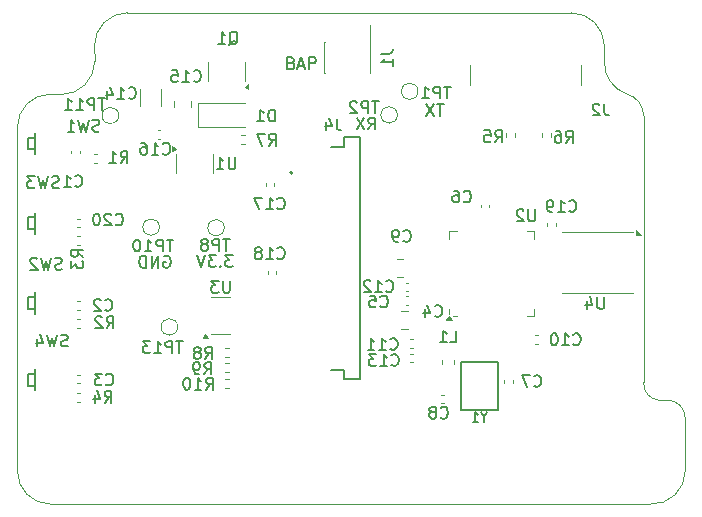
<source format=gbr>
%TF.GenerationSoftware,KiCad,Pcbnew,8.0.6*%
%TF.CreationDate,2024-11-01T22:46:24-06:00*%
%TF.ProjectId,bitaxe-ESP-OLED,62697461-7865-42d4-9553-502d4f4c4544,v0.4*%
%TF.SameCoordinates,Original*%
%TF.FileFunction,Legend,Bot*%
%TF.FilePolarity,Positive*%
%FSLAX46Y46*%
G04 Gerber Fmt 4.6, Leading zero omitted, Abs format (unit mm)*
G04 Created by KiCad (PCBNEW 8.0.6) date 2024-11-01 22:46:24*
%MOMM*%
%LPD*%
G01*
G04 APERTURE LIST*
%ADD10C,0.150000*%
%ADD11C,0.120000*%
%ADD12C,0.127000*%
%ADD13C,0.200000*%
%TA.AperFunction,Profile*%
%ADD14C,0.100000*%
%TD*%
G04 APERTURE END LIST*
D10*
X159791792Y-72069819D02*
X160125125Y-71593628D01*
X160363220Y-72069819D02*
X160363220Y-71069819D01*
X160363220Y-71069819D02*
X159982268Y-71069819D01*
X159982268Y-71069819D02*
X159887030Y-71117438D01*
X159887030Y-71117438D02*
X159839411Y-71165057D01*
X159839411Y-71165057D02*
X159791792Y-71260295D01*
X159791792Y-71260295D02*
X159791792Y-71403152D01*
X159791792Y-71403152D02*
X159839411Y-71498390D01*
X159839411Y-71498390D02*
X159887030Y-71546009D01*
X159887030Y-71546009D02*
X159982268Y-71593628D01*
X159982268Y-71593628D02*
X160363220Y-71593628D01*
X159458458Y-71069819D02*
X158791792Y-72069819D01*
X158791792Y-71069819D02*
X159458458Y-72069819D01*
X166156077Y-69919819D02*
X165584649Y-69919819D01*
X165870363Y-70919819D02*
X165870363Y-69919819D01*
X165346553Y-69919819D02*
X164679887Y-70919819D01*
X164679887Y-69919819D02*
X165346553Y-70919819D01*
X142489411Y-82817438D02*
X142584649Y-82769819D01*
X142584649Y-82769819D02*
X142727506Y-82769819D01*
X142727506Y-82769819D02*
X142870363Y-82817438D01*
X142870363Y-82817438D02*
X142965601Y-82912676D01*
X142965601Y-82912676D02*
X143013220Y-83007914D01*
X143013220Y-83007914D02*
X143060839Y-83198390D01*
X143060839Y-83198390D02*
X143060839Y-83341247D01*
X143060839Y-83341247D02*
X143013220Y-83531723D01*
X143013220Y-83531723D02*
X142965601Y-83626961D01*
X142965601Y-83626961D02*
X142870363Y-83722200D01*
X142870363Y-83722200D02*
X142727506Y-83769819D01*
X142727506Y-83769819D02*
X142632268Y-83769819D01*
X142632268Y-83769819D02*
X142489411Y-83722200D01*
X142489411Y-83722200D02*
X142441792Y-83674580D01*
X142441792Y-83674580D02*
X142441792Y-83341247D01*
X142441792Y-83341247D02*
X142632268Y-83341247D01*
X142013220Y-83769819D02*
X142013220Y-82769819D01*
X142013220Y-82769819D02*
X141441792Y-83769819D01*
X141441792Y-83769819D02*
X141441792Y-82769819D01*
X140965601Y-83769819D02*
X140965601Y-82769819D01*
X140965601Y-82769819D02*
X140727506Y-82769819D01*
X140727506Y-82769819D02*
X140584649Y-82817438D01*
X140584649Y-82817438D02*
X140489411Y-82912676D01*
X140489411Y-82912676D02*
X140441792Y-83007914D01*
X140441792Y-83007914D02*
X140394173Y-83198390D01*
X140394173Y-83198390D02*
X140394173Y-83341247D01*
X140394173Y-83341247D02*
X140441792Y-83531723D01*
X140441792Y-83531723D02*
X140489411Y-83626961D01*
X140489411Y-83626961D02*
X140584649Y-83722200D01*
X140584649Y-83722200D02*
X140727506Y-83769819D01*
X140727506Y-83769819D02*
X140965601Y-83769819D01*
X153270112Y-66446009D02*
X153412969Y-66493628D01*
X153412969Y-66493628D02*
X153460588Y-66541247D01*
X153460588Y-66541247D02*
X153508207Y-66636485D01*
X153508207Y-66636485D02*
X153508207Y-66779342D01*
X153508207Y-66779342D02*
X153460588Y-66874580D01*
X153460588Y-66874580D02*
X153412969Y-66922200D01*
X153412969Y-66922200D02*
X153317731Y-66969819D01*
X153317731Y-66969819D02*
X152936779Y-66969819D01*
X152936779Y-66969819D02*
X152936779Y-65969819D01*
X152936779Y-65969819D02*
X153270112Y-65969819D01*
X153270112Y-65969819D02*
X153365350Y-66017438D01*
X153365350Y-66017438D02*
X153412969Y-66065057D01*
X153412969Y-66065057D02*
X153460588Y-66160295D01*
X153460588Y-66160295D02*
X153460588Y-66255533D01*
X153460588Y-66255533D02*
X153412969Y-66350771D01*
X153412969Y-66350771D02*
X153365350Y-66398390D01*
X153365350Y-66398390D02*
X153270112Y-66446009D01*
X153270112Y-66446009D02*
X152936779Y-66446009D01*
X153889160Y-66684104D02*
X154365350Y-66684104D01*
X153793922Y-66969819D02*
X154127255Y-65969819D01*
X154127255Y-65969819D02*
X154460588Y-66969819D01*
X154793922Y-66969819D02*
X154793922Y-65969819D01*
X154793922Y-65969819D02*
X155174874Y-65969819D01*
X155174874Y-65969819D02*
X155270112Y-66017438D01*
X155270112Y-66017438D02*
X155317731Y-66065057D01*
X155317731Y-66065057D02*
X155365350Y-66160295D01*
X155365350Y-66160295D02*
X155365350Y-66303152D01*
X155365350Y-66303152D02*
X155317731Y-66398390D01*
X155317731Y-66398390D02*
X155270112Y-66446009D01*
X155270112Y-66446009D02*
X155174874Y-66493628D01*
X155174874Y-66493628D02*
X154793922Y-66493628D01*
X148308458Y-82719819D02*
X147689411Y-82719819D01*
X147689411Y-82719819D02*
X148022744Y-83100771D01*
X148022744Y-83100771D02*
X147879887Y-83100771D01*
X147879887Y-83100771D02*
X147784649Y-83148390D01*
X147784649Y-83148390D02*
X147737030Y-83196009D01*
X147737030Y-83196009D02*
X147689411Y-83291247D01*
X147689411Y-83291247D02*
X147689411Y-83529342D01*
X147689411Y-83529342D02*
X147737030Y-83624580D01*
X147737030Y-83624580D02*
X147784649Y-83672200D01*
X147784649Y-83672200D02*
X147879887Y-83719819D01*
X147879887Y-83719819D02*
X148165601Y-83719819D01*
X148165601Y-83719819D02*
X148260839Y-83672200D01*
X148260839Y-83672200D02*
X148308458Y-83624580D01*
X147260839Y-83624580D02*
X147213220Y-83672200D01*
X147213220Y-83672200D02*
X147260839Y-83719819D01*
X147260839Y-83719819D02*
X147308458Y-83672200D01*
X147308458Y-83672200D02*
X147260839Y-83624580D01*
X147260839Y-83624580D02*
X147260839Y-83719819D01*
X146879887Y-82719819D02*
X146260840Y-82719819D01*
X146260840Y-82719819D02*
X146594173Y-83100771D01*
X146594173Y-83100771D02*
X146451316Y-83100771D01*
X146451316Y-83100771D02*
X146356078Y-83148390D01*
X146356078Y-83148390D02*
X146308459Y-83196009D01*
X146308459Y-83196009D02*
X146260840Y-83291247D01*
X146260840Y-83291247D02*
X146260840Y-83529342D01*
X146260840Y-83529342D02*
X146308459Y-83624580D01*
X146308459Y-83624580D02*
X146356078Y-83672200D01*
X146356078Y-83672200D02*
X146451316Y-83719819D01*
X146451316Y-83719819D02*
X146737030Y-83719819D01*
X146737030Y-83719819D02*
X146832268Y-83672200D01*
X146832268Y-83672200D02*
X146879887Y-83624580D01*
X145975125Y-82719819D02*
X145641792Y-83719819D01*
X145641792Y-83719819D02*
X145308459Y-82719819D01*
X148061904Y-84904819D02*
X148061904Y-85714342D01*
X148061904Y-85714342D02*
X148014285Y-85809580D01*
X148014285Y-85809580D02*
X147966666Y-85857200D01*
X147966666Y-85857200D02*
X147871428Y-85904819D01*
X147871428Y-85904819D02*
X147680952Y-85904819D01*
X147680952Y-85904819D02*
X147585714Y-85857200D01*
X147585714Y-85857200D02*
X147538095Y-85809580D01*
X147538095Y-85809580D02*
X147490476Y-85714342D01*
X147490476Y-85714342D02*
X147490476Y-84904819D01*
X147109523Y-84904819D02*
X146490476Y-84904819D01*
X146490476Y-84904819D02*
X146823809Y-85285771D01*
X146823809Y-85285771D02*
X146680952Y-85285771D01*
X146680952Y-85285771D02*
X146585714Y-85333390D01*
X146585714Y-85333390D02*
X146538095Y-85381009D01*
X146538095Y-85381009D02*
X146490476Y-85476247D01*
X146490476Y-85476247D02*
X146490476Y-85714342D01*
X146490476Y-85714342D02*
X146538095Y-85809580D01*
X146538095Y-85809580D02*
X146585714Y-85857200D01*
X146585714Y-85857200D02*
X146680952Y-85904819D01*
X146680952Y-85904819D02*
X146966666Y-85904819D01*
X146966666Y-85904819D02*
X147061904Y-85857200D01*
X147061904Y-85857200D02*
X147109523Y-85809580D01*
X144992857Y-67959580D02*
X145040476Y-68007200D01*
X145040476Y-68007200D02*
X145183333Y-68054819D01*
X145183333Y-68054819D02*
X145278571Y-68054819D01*
X145278571Y-68054819D02*
X145421428Y-68007200D01*
X145421428Y-68007200D02*
X145516666Y-67911961D01*
X145516666Y-67911961D02*
X145564285Y-67816723D01*
X145564285Y-67816723D02*
X145611904Y-67626247D01*
X145611904Y-67626247D02*
X145611904Y-67483390D01*
X145611904Y-67483390D02*
X145564285Y-67292914D01*
X145564285Y-67292914D02*
X145516666Y-67197676D01*
X145516666Y-67197676D02*
X145421428Y-67102438D01*
X145421428Y-67102438D02*
X145278571Y-67054819D01*
X145278571Y-67054819D02*
X145183333Y-67054819D01*
X145183333Y-67054819D02*
X145040476Y-67102438D01*
X145040476Y-67102438D02*
X144992857Y-67150057D01*
X144040476Y-68054819D02*
X144611904Y-68054819D01*
X144326190Y-68054819D02*
X144326190Y-67054819D01*
X144326190Y-67054819D02*
X144421428Y-67197676D01*
X144421428Y-67197676D02*
X144516666Y-67292914D01*
X144516666Y-67292914D02*
X144611904Y-67340533D01*
X143135714Y-67054819D02*
X143611904Y-67054819D01*
X143611904Y-67054819D02*
X143659523Y-67531009D01*
X143659523Y-67531009D02*
X143611904Y-67483390D01*
X143611904Y-67483390D02*
X143516666Y-67435771D01*
X143516666Y-67435771D02*
X143278571Y-67435771D01*
X143278571Y-67435771D02*
X143183333Y-67483390D01*
X143183333Y-67483390D02*
X143135714Y-67531009D01*
X143135714Y-67531009D02*
X143088095Y-67626247D01*
X143088095Y-67626247D02*
X143088095Y-67864342D01*
X143088095Y-67864342D02*
X143135714Y-67959580D01*
X143135714Y-67959580D02*
X143183333Y-68007200D01*
X143183333Y-68007200D02*
X143278571Y-68054819D01*
X143278571Y-68054819D02*
X143516666Y-68054819D01*
X143516666Y-68054819D02*
X143611904Y-68007200D01*
X143611904Y-68007200D02*
X143659523Y-67959580D01*
X157133333Y-71154819D02*
X157133333Y-71869104D01*
X157133333Y-71869104D02*
X157180952Y-72011961D01*
X157180952Y-72011961D02*
X157276190Y-72107200D01*
X157276190Y-72107200D02*
X157419047Y-72154819D01*
X157419047Y-72154819D02*
X157514285Y-72154819D01*
X156228571Y-71488152D02*
X156228571Y-72154819D01*
X156466666Y-71107200D02*
X156704761Y-71821485D01*
X156704761Y-71821485D02*
X156085714Y-71821485D01*
X176516666Y-73204819D02*
X176849999Y-72728628D01*
X177088094Y-73204819D02*
X177088094Y-72204819D01*
X177088094Y-72204819D02*
X176707142Y-72204819D01*
X176707142Y-72204819D02*
X176611904Y-72252438D01*
X176611904Y-72252438D02*
X176564285Y-72300057D01*
X176564285Y-72300057D02*
X176516666Y-72395295D01*
X176516666Y-72395295D02*
X176516666Y-72538152D01*
X176516666Y-72538152D02*
X176564285Y-72633390D01*
X176564285Y-72633390D02*
X176611904Y-72681009D01*
X176611904Y-72681009D02*
X176707142Y-72728628D01*
X176707142Y-72728628D02*
X177088094Y-72728628D01*
X175659523Y-72204819D02*
X175849999Y-72204819D01*
X175849999Y-72204819D02*
X175945237Y-72252438D01*
X175945237Y-72252438D02*
X175992856Y-72300057D01*
X175992856Y-72300057D02*
X176088094Y-72442914D01*
X176088094Y-72442914D02*
X176135713Y-72633390D01*
X176135713Y-72633390D02*
X176135713Y-73014342D01*
X176135713Y-73014342D02*
X176088094Y-73109580D01*
X176088094Y-73109580D02*
X176040475Y-73157200D01*
X176040475Y-73157200D02*
X175945237Y-73204819D01*
X175945237Y-73204819D02*
X175754761Y-73204819D01*
X175754761Y-73204819D02*
X175659523Y-73157200D01*
X175659523Y-73157200D02*
X175611904Y-73109580D01*
X175611904Y-73109580D02*
X175564285Y-73014342D01*
X175564285Y-73014342D02*
X175564285Y-72776247D01*
X175564285Y-72776247D02*
X175611904Y-72681009D01*
X175611904Y-72681009D02*
X175659523Y-72633390D01*
X175659523Y-72633390D02*
X175754761Y-72585771D01*
X175754761Y-72585771D02*
X175945237Y-72585771D01*
X175945237Y-72585771D02*
X176040475Y-72633390D01*
X176040475Y-72633390D02*
X176088094Y-72681009D01*
X176088094Y-72681009D02*
X176135713Y-72776247D01*
X134333332Y-90407200D02*
X134190475Y-90454819D01*
X134190475Y-90454819D02*
X133952380Y-90454819D01*
X133952380Y-90454819D02*
X133857142Y-90407200D01*
X133857142Y-90407200D02*
X133809523Y-90359580D01*
X133809523Y-90359580D02*
X133761904Y-90264342D01*
X133761904Y-90264342D02*
X133761904Y-90169104D01*
X133761904Y-90169104D02*
X133809523Y-90073866D01*
X133809523Y-90073866D02*
X133857142Y-90026247D01*
X133857142Y-90026247D02*
X133952380Y-89978628D01*
X133952380Y-89978628D02*
X134142856Y-89931009D01*
X134142856Y-89931009D02*
X134238094Y-89883390D01*
X134238094Y-89883390D02*
X134285713Y-89835771D01*
X134285713Y-89835771D02*
X134333332Y-89740533D01*
X134333332Y-89740533D02*
X134333332Y-89645295D01*
X134333332Y-89645295D02*
X134285713Y-89550057D01*
X134285713Y-89550057D02*
X134238094Y-89502438D01*
X134238094Y-89502438D02*
X134142856Y-89454819D01*
X134142856Y-89454819D02*
X133904761Y-89454819D01*
X133904761Y-89454819D02*
X133761904Y-89502438D01*
X133428570Y-89454819D02*
X133190475Y-90454819D01*
X133190475Y-90454819D02*
X132999999Y-89740533D01*
X132999999Y-89740533D02*
X132809523Y-90454819D01*
X132809523Y-90454819D02*
X132571428Y-89454819D01*
X131761904Y-89788152D02*
X131761904Y-90454819D01*
X131999999Y-89407200D02*
X132238094Y-90121485D01*
X132238094Y-90121485D02*
X131619047Y-90121485D01*
X133833332Y-83907200D02*
X133690475Y-83954819D01*
X133690475Y-83954819D02*
X133452380Y-83954819D01*
X133452380Y-83954819D02*
X133357142Y-83907200D01*
X133357142Y-83907200D02*
X133309523Y-83859580D01*
X133309523Y-83859580D02*
X133261904Y-83764342D01*
X133261904Y-83764342D02*
X133261904Y-83669104D01*
X133261904Y-83669104D02*
X133309523Y-83573866D01*
X133309523Y-83573866D02*
X133357142Y-83526247D01*
X133357142Y-83526247D02*
X133452380Y-83478628D01*
X133452380Y-83478628D02*
X133642856Y-83431009D01*
X133642856Y-83431009D02*
X133738094Y-83383390D01*
X133738094Y-83383390D02*
X133785713Y-83335771D01*
X133785713Y-83335771D02*
X133833332Y-83240533D01*
X133833332Y-83240533D02*
X133833332Y-83145295D01*
X133833332Y-83145295D02*
X133785713Y-83050057D01*
X133785713Y-83050057D02*
X133738094Y-83002438D01*
X133738094Y-83002438D02*
X133642856Y-82954819D01*
X133642856Y-82954819D02*
X133404761Y-82954819D01*
X133404761Y-82954819D02*
X133261904Y-83002438D01*
X132928570Y-82954819D02*
X132690475Y-83954819D01*
X132690475Y-83954819D02*
X132499999Y-83240533D01*
X132499999Y-83240533D02*
X132309523Y-83954819D01*
X132309523Y-83954819D02*
X132071428Y-82954819D01*
X131738094Y-83050057D02*
X131690475Y-83002438D01*
X131690475Y-83002438D02*
X131595237Y-82954819D01*
X131595237Y-82954819D02*
X131357142Y-82954819D01*
X131357142Y-82954819D02*
X131261904Y-83002438D01*
X131261904Y-83002438D02*
X131214285Y-83050057D01*
X131214285Y-83050057D02*
X131166666Y-83145295D01*
X131166666Y-83145295D02*
X131166666Y-83240533D01*
X131166666Y-83240533D02*
X131214285Y-83383390D01*
X131214285Y-83383390D02*
X131785713Y-83954819D01*
X131785713Y-83954819D02*
X131166666Y-83954819D01*
X170516666Y-73154819D02*
X170849999Y-72678628D01*
X171088094Y-73154819D02*
X171088094Y-72154819D01*
X171088094Y-72154819D02*
X170707142Y-72154819D01*
X170707142Y-72154819D02*
X170611904Y-72202438D01*
X170611904Y-72202438D02*
X170564285Y-72250057D01*
X170564285Y-72250057D02*
X170516666Y-72345295D01*
X170516666Y-72345295D02*
X170516666Y-72488152D01*
X170516666Y-72488152D02*
X170564285Y-72583390D01*
X170564285Y-72583390D02*
X170611904Y-72631009D01*
X170611904Y-72631009D02*
X170707142Y-72678628D01*
X170707142Y-72678628D02*
X171088094Y-72678628D01*
X169611904Y-72154819D02*
X170088094Y-72154819D01*
X170088094Y-72154819D02*
X170135713Y-72631009D01*
X170135713Y-72631009D02*
X170088094Y-72583390D01*
X170088094Y-72583390D02*
X169992856Y-72535771D01*
X169992856Y-72535771D02*
X169754761Y-72535771D01*
X169754761Y-72535771D02*
X169659523Y-72583390D01*
X169659523Y-72583390D02*
X169611904Y-72631009D01*
X169611904Y-72631009D02*
X169564285Y-72726247D01*
X169564285Y-72726247D02*
X169564285Y-72964342D01*
X169564285Y-72964342D02*
X169611904Y-73059580D01*
X169611904Y-73059580D02*
X169659523Y-73107200D01*
X169659523Y-73107200D02*
X169754761Y-73154819D01*
X169754761Y-73154819D02*
X169992856Y-73154819D01*
X169992856Y-73154819D02*
X170088094Y-73107200D01*
X170088094Y-73107200D02*
X170135713Y-73059580D01*
X146042857Y-94104819D02*
X146376190Y-93628628D01*
X146614285Y-94104819D02*
X146614285Y-93104819D01*
X146614285Y-93104819D02*
X146233333Y-93104819D01*
X146233333Y-93104819D02*
X146138095Y-93152438D01*
X146138095Y-93152438D02*
X146090476Y-93200057D01*
X146090476Y-93200057D02*
X146042857Y-93295295D01*
X146042857Y-93295295D02*
X146042857Y-93438152D01*
X146042857Y-93438152D02*
X146090476Y-93533390D01*
X146090476Y-93533390D02*
X146138095Y-93581009D01*
X146138095Y-93581009D02*
X146233333Y-93628628D01*
X146233333Y-93628628D02*
X146614285Y-93628628D01*
X145090476Y-94104819D02*
X145661904Y-94104819D01*
X145376190Y-94104819D02*
X145376190Y-93104819D01*
X145376190Y-93104819D02*
X145471428Y-93247676D01*
X145471428Y-93247676D02*
X145566666Y-93342914D01*
X145566666Y-93342914D02*
X145661904Y-93390533D01*
X144471428Y-93104819D02*
X144376190Y-93104819D01*
X144376190Y-93104819D02*
X144280952Y-93152438D01*
X144280952Y-93152438D02*
X144233333Y-93200057D01*
X144233333Y-93200057D02*
X144185714Y-93295295D01*
X144185714Y-93295295D02*
X144138095Y-93485771D01*
X144138095Y-93485771D02*
X144138095Y-93723866D01*
X144138095Y-93723866D02*
X144185714Y-93914342D01*
X144185714Y-93914342D02*
X144233333Y-94009580D01*
X144233333Y-94009580D02*
X144280952Y-94057200D01*
X144280952Y-94057200D02*
X144376190Y-94104819D01*
X144376190Y-94104819D02*
X144471428Y-94104819D01*
X144471428Y-94104819D02*
X144566666Y-94057200D01*
X144566666Y-94057200D02*
X144614285Y-94009580D01*
X144614285Y-94009580D02*
X144661904Y-93914342D01*
X144661904Y-93914342D02*
X144709523Y-93723866D01*
X144709523Y-93723866D02*
X144709523Y-93485771D01*
X144709523Y-93485771D02*
X144661904Y-93295295D01*
X144661904Y-93295295D02*
X144614285Y-93200057D01*
X144614285Y-93200057D02*
X144566666Y-93152438D01*
X144566666Y-93152438D02*
X144471428Y-93104819D01*
X165416666Y-87859580D02*
X165464285Y-87907200D01*
X165464285Y-87907200D02*
X165607142Y-87954819D01*
X165607142Y-87954819D02*
X165702380Y-87954819D01*
X165702380Y-87954819D02*
X165845237Y-87907200D01*
X165845237Y-87907200D02*
X165940475Y-87811961D01*
X165940475Y-87811961D02*
X165988094Y-87716723D01*
X165988094Y-87716723D02*
X166035713Y-87526247D01*
X166035713Y-87526247D02*
X166035713Y-87383390D01*
X166035713Y-87383390D02*
X165988094Y-87192914D01*
X165988094Y-87192914D02*
X165940475Y-87097676D01*
X165940475Y-87097676D02*
X165845237Y-87002438D01*
X165845237Y-87002438D02*
X165702380Y-86954819D01*
X165702380Y-86954819D02*
X165607142Y-86954819D01*
X165607142Y-86954819D02*
X165464285Y-87002438D01*
X165464285Y-87002438D02*
X165416666Y-87050057D01*
X164559523Y-87288152D02*
X164559523Y-87954819D01*
X164797618Y-86907200D02*
X165035713Y-87621485D01*
X165035713Y-87621485D02*
X164416666Y-87621485D01*
X169580952Y-96431341D02*
X169580952Y-96812294D01*
X169847619Y-96012294D02*
X169580952Y-96431341D01*
X169580952Y-96431341D02*
X169314286Y-96012294D01*
X168628572Y-96812294D02*
X169085715Y-96812294D01*
X168857143Y-96812294D02*
X168857143Y-96012294D01*
X168857143Y-96012294D02*
X168933334Y-96126579D01*
X168933334Y-96126579D02*
X169009524Y-96202770D01*
X169009524Y-96202770D02*
X169085715Y-96240865D01*
X133583332Y-77007200D02*
X133440475Y-77054819D01*
X133440475Y-77054819D02*
X133202380Y-77054819D01*
X133202380Y-77054819D02*
X133107142Y-77007200D01*
X133107142Y-77007200D02*
X133059523Y-76959580D01*
X133059523Y-76959580D02*
X133011904Y-76864342D01*
X133011904Y-76864342D02*
X133011904Y-76769104D01*
X133011904Y-76769104D02*
X133059523Y-76673866D01*
X133059523Y-76673866D02*
X133107142Y-76626247D01*
X133107142Y-76626247D02*
X133202380Y-76578628D01*
X133202380Y-76578628D02*
X133392856Y-76531009D01*
X133392856Y-76531009D02*
X133488094Y-76483390D01*
X133488094Y-76483390D02*
X133535713Y-76435771D01*
X133535713Y-76435771D02*
X133583332Y-76340533D01*
X133583332Y-76340533D02*
X133583332Y-76245295D01*
X133583332Y-76245295D02*
X133535713Y-76150057D01*
X133535713Y-76150057D02*
X133488094Y-76102438D01*
X133488094Y-76102438D02*
X133392856Y-76054819D01*
X133392856Y-76054819D02*
X133154761Y-76054819D01*
X133154761Y-76054819D02*
X133011904Y-76102438D01*
X132678570Y-76054819D02*
X132440475Y-77054819D01*
X132440475Y-77054819D02*
X132249999Y-76340533D01*
X132249999Y-76340533D02*
X132059523Y-77054819D01*
X132059523Y-77054819D02*
X131821428Y-76054819D01*
X131535713Y-76054819D02*
X130916666Y-76054819D01*
X130916666Y-76054819D02*
X131249999Y-76435771D01*
X131249999Y-76435771D02*
X131107142Y-76435771D01*
X131107142Y-76435771D02*
X131011904Y-76483390D01*
X131011904Y-76483390D02*
X130964285Y-76531009D01*
X130964285Y-76531009D02*
X130916666Y-76626247D01*
X130916666Y-76626247D02*
X130916666Y-76864342D01*
X130916666Y-76864342D02*
X130964285Y-76959580D01*
X130964285Y-76959580D02*
X131011904Y-77007200D01*
X131011904Y-77007200D02*
X131107142Y-77054819D01*
X131107142Y-77054819D02*
X131392856Y-77054819D01*
X131392856Y-77054819D02*
X131488094Y-77007200D01*
X131488094Y-77007200D02*
X131535713Y-76959580D01*
X138392857Y-80109580D02*
X138440476Y-80157200D01*
X138440476Y-80157200D02*
X138583333Y-80204819D01*
X138583333Y-80204819D02*
X138678571Y-80204819D01*
X138678571Y-80204819D02*
X138821428Y-80157200D01*
X138821428Y-80157200D02*
X138916666Y-80061961D01*
X138916666Y-80061961D02*
X138964285Y-79966723D01*
X138964285Y-79966723D02*
X139011904Y-79776247D01*
X139011904Y-79776247D02*
X139011904Y-79633390D01*
X139011904Y-79633390D02*
X138964285Y-79442914D01*
X138964285Y-79442914D02*
X138916666Y-79347676D01*
X138916666Y-79347676D02*
X138821428Y-79252438D01*
X138821428Y-79252438D02*
X138678571Y-79204819D01*
X138678571Y-79204819D02*
X138583333Y-79204819D01*
X138583333Y-79204819D02*
X138440476Y-79252438D01*
X138440476Y-79252438D02*
X138392857Y-79300057D01*
X138011904Y-79300057D02*
X137964285Y-79252438D01*
X137964285Y-79252438D02*
X137869047Y-79204819D01*
X137869047Y-79204819D02*
X137630952Y-79204819D01*
X137630952Y-79204819D02*
X137535714Y-79252438D01*
X137535714Y-79252438D02*
X137488095Y-79300057D01*
X137488095Y-79300057D02*
X137440476Y-79395295D01*
X137440476Y-79395295D02*
X137440476Y-79490533D01*
X137440476Y-79490533D02*
X137488095Y-79633390D01*
X137488095Y-79633390D02*
X138059523Y-80204819D01*
X138059523Y-80204819D02*
X137440476Y-80204819D01*
X136821428Y-79204819D02*
X136726190Y-79204819D01*
X136726190Y-79204819D02*
X136630952Y-79252438D01*
X136630952Y-79252438D02*
X136583333Y-79300057D01*
X136583333Y-79300057D02*
X136535714Y-79395295D01*
X136535714Y-79395295D02*
X136488095Y-79585771D01*
X136488095Y-79585771D02*
X136488095Y-79823866D01*
X136488095Y-79823866D02*
X136535714Y-80014342D01*
X136535714Y-80014342D02*
X136583333Y-80109580D01*
X136583333Y-80109580D02*
X136630952Y-80157200D01*
X136630952Y-80157200D02*
X136726190Y-80204819D01*
X136726190Y-80204819D02*
X136821428Y-80204819D01*
X136821428Y-80204819D02*
X136916666Y-80157200D01*
X136916666Y-80157200D02*
X136964285Y-80109580D01*
X136964285Y-80109580D02*
X137011904Y-80014342D01*
X137011904Y-80014342D02*
X137059523Y-79823866D01*
X137059523Y-79823866D02*
X137059523Y-79585771D01*
X137059523Y-79585771D02*
X137011904Y-79395295D01*
X137011904Y-79395295D02*
X136964285Y-79300057D01*
X136964285Y-79300057D02*
X136916666Y-79252438D01*
X136916666Y-79252438D02*
X136821428Y-79204819D01*
X134966666Y-76859580D02*
X135014285Y-76907200D01*
X135014285Y-76907200D02*
X135157142Y-76954819D01*
X135157142Y-76954819D02*
X135252380Y-76954819D01*
X135252380Y-76954819D02*
X135395237Y-76907200D01*
X135395237Y-76907200D02*
X135490475Y-76811961D01*
X135490475Y-76811961D02*
X135538094Y-76716723D01*
X135538094Y-76716723D02*
X135585713Y-76526247D01*
X135585713Y-76526247D02*
X135585713Y-76383390D01*
X135585713Y-76383390D02*
X135538094Y-76192914D01*
X135538094Y-76192914D02*
X135490475Y-76097676D01*
X135490475Y-76097676D02*
X135395237Y-76002438D01*
X135395237Y-76002438D02*
X135252380Y-75954819D01*
X135252380Y-75954819D02*
X135157142Y-75954819D01*
X135157142Y-75954819D02*
X135014285Y-76002438D01*
X135014285Y-76002438D02*
X134966666Y-76050057D01*
X134014285Y-76954819D02*
X134585713Y-76954819D01*
X134299999Y-76954819D02*
X134299999Y-75954819D01*
X134299999Y-75954819D02*
X134395237Y-76097676D01*
X134395237Y-76097676D02*
X134490475Y-76192914D01*
X134490475Y-76192914D02*
X134585713Y-76240533D01*
X173816666Y-93779580D02*
X173864285Y-93827200D01*
X173864285Y-93827200D02*
X174007142Y-93874819D01*
X174007142Y-93874819D02*
X174102380Y-93874819D01*
X174102380Y-93874819D02*
X174245237Y-93827200D01*
X174245237Y-93827200D02*
X174340475Y-93731961D01*
X174340475Y-93731961D02*
X174388094Y-93636723D01*
X174388094Y-93636723D02*
X174435713Y-93446247D01*
X174435713Y-93446247D02*
X174435713Y-93303390D01*
X174435713Y-93303390D02*
X174388094Y-93112914D01*
X174388094Y-93112914D02*
X174340475Y-93017676D01*
X174340475Y-93017676D02*
X174245237Y-92922438D01*
X174245237Y-92922438D02*
X174102380Y-92874819D01*
X174102380Y-92874819D02*
X174007142Y-92874819D01*
X174007142Y-92874819D02*
X173864285Y-92922438D01*
X173864285Y-92922438D02*
X173816666Y-92970057D01*
X173483332Y-92874819D02*
X172816666Y-92874819D01*
X172816666Y-92874819D02*
X173245237Y-93874819D01*
X143288094Y-81404819D02*
X142716666Y-81404819D01*
X143002380Y-82404819D02*
X143002380Y-81404819D01*
X142383332Y-82404819D02*
X142383332Y-81404819D01*
X142383332Y-81404819D02*
X142002380Y-81404819D01*
X142002380Y-81404819D02*
X141907142Y-81452438D01*
X141907142Y-81452438D02*
X141859523Y-81500057D01*
X141859523Y-81500057D02*
X141811904Y-81595295D01*
X141811904Y-81595295D02*
X141811904Y-81738152D01*
X141811904Y-81738152D02*
X141859523Y-81833390D01*
X141859523Y-81833390D02*
X141907142Y-81881009D01*
X141907142Y-81881009D02*
X142002380Y-81928628D01*
X142002380Y-81928628D02*
X142383332Y-81928628D01*
X140859523Y-82404819D02*
X141430951Y-82404819D01*
X141145237Y-82404819D02*
X141145237Y-81404819D01*
X141145237Y-81404819D02*
X141240475Y-81547676D01*
X141240475Y-81547676D02*
X141335713Y-81642914D01*
X141335713Y-81642914D02*
X141430951Y-81690533D01*
X140240475Y-81404819D02*
X140145237Y-81404819D01*
X140145237Y-81404819D02*
X140049999Y-81452438D01*
X140049999Y-81452438D02*
X140002380Y-81500057D01*
X140002380Y-81500057D02*
X139954761Y-81595295D01*
X139954761Y-81595295D02*
X139907142Y-81785771D01*
X139907142Y-81785771D02*
X139907142Y-82023866D01*
X139907142Y-82023866D02*
X139954761Y-82214342D01*
X139954761Y-82214342D02*
X140002380Y-82309580D01*
X140002380Y-82309580D02*
X140049999Y-82357200D01*
X140049999Y-82357200D02*
X140145237Y-82404819D01*
X140145237Y-82404819D02*
X140240475Y-82404819D01*
X140240475Y-82404819D02*
X140335713Y-82357200D01*
X140335713Y-82357200D02*
X140383332Y-82309580D01*
X140383332Y-82309580D02*
X140430951Y-82214342D01*
X140430951Y-82214342D02*
X140478570Y-82023866D01*
X140478570Y-82023866D02*
X140478570Y-81785771D01*
X140478570Y-81785771D02*
X140430951Y-81595295D01*
X140430951Y-81595295D02*
X140383332Y-81500057D01*
X140383332Y-81500057D02*
X140335713Y-81452438D01*
X140335713Y-81452438D02*
X140240475Y-81404819D01*
X179783333Y-69894819D02*
X179783333Y-70609104D01*
X179783333Y-70609104D02*
X179830952Y-70751961D01*
X179830952Y-70751961D02*
X179926190Y-70847200D01*
X179926190Y-70847200D02*
X180069047Y-70894819D01*
X180069047Y-70894819D02*
X180164285Y-70894819D01*
X179354761Y-69990057D02*
X179307142Y-69942438D01*
X179307142Y-69942438D02*
X179211904Y-69894819D01*
X179211904Y-69894819D02*
X178973809Y-69894819D01*
X178973809Y-69894819D02*
X178878571Y-69942438D01*
X178878571Y-69942438D02*
X178830952Y-69990057D01*
X178830952Y-69990057D02*
X178783333Y-70085295D01*
X178783333Y-70085295D02*
X178783333Y-70180533D01*
X178783333Y-70180533D02*
X178830952Y-70323390D01*
X178830952Y-70323390D02*
X179402380Y-70894819D01*
X179402380Y-70894819D02*
X178783333Y-70894819D01*
X144088094Y-90004819D02*
X143516666Y-90004819D01*
X143802380Y-91004819D02*
X143802380Y-90004819D01*
X143183332Y-91004819D02*
X143183332Y-90004819D01*
X143183332Y-90004819D02*
X142802380Y-90004819D01*
X142802380Y-90004819D02*
X142707142Y-90052438D01*
X142707142Y-90052438D02*
X142659523Y-90100057D01*
X142659523Y-90100057D02*
X142611904Y-90195295D01*
X142611904Y-90195295D02*
X142611904Y-90338152D01*
X142611904Y-90338152D02*
X142659523Y-90433390D01*
X142659523Y-90433390D02*
X142707142Y-90481009D01*
X142707142Y-90481009D02*
X142802380Y-90528628D01*
X142802380Y-90528628D02*
X143183332Y-90528628D01*
X141659523Y-91004819D02*
X142230951Y-91004819D01*
X141945237Y-91004819D02*
X141945237Y-90004819D01*
X141945237Y-90004819D02*
X142040475Y-90147676D01*
X142040475Y-90147676D02*
X142135713Y-90242914D01*
X142135713Y-90242914D02*
X142230951Y-90290533D01*
X141326189Y-90004819D02*
X140707142Y-90004819D01*
X140707142Y-90004819D02*
X141040475Y-90385771D01*
X141040475Y-90385771D02*
X140897618Y-90385771D01*
X140897618Y-90385771D02*
X140802380Y-90433390D01*
X140802380Y-90433390D02*
X140754761Y-90481009D01*
X140754761Y-90481009D02*
X140707142Y-90576247D01*
X140707142Y-90576247D02*
X140707142Y-90814342D01*
X140707142Y-90814342D02*
X140754761Y-90909580D01*
X140754761Y-90909580D02*
X140802380Y-90957200D01*
X140802380Y-90957200D02*
X140897618Y-91004819D01*
X140897618Y-91004819D02*
X141183332Y-91004819D01*
X141183332Y-91004819D02*
X141278570Y-90957200D01*
X141278570Y-90957200D02*
X141326189Y-90909580D01*
X148524404Y-74454819D02*
X148524404Y-75264342D01*
X148524404Y-75264342D02*
X148476785Y-75359580D01*
X148476785Y-75359580D02*
X148429166Y-75407200D01*
X148429166Y-75407200D02*
X148333928Y-75454819D01*
X148333928Y-75454819D02*
X148143452Y-75454819D01*
X148143452Y-75454819D02*
X148048214Y-75407200D01*
X148048214Y-75407200D02*
X148000595Y-75359580D01*
X148000595Y-75359580D02*
X147952976Y-75264342D01*
X147952976Y-75264342D02*
X147952976Y-74454819D01*
X146952976Y-75454819D02*
X147524404Y-75454819D01*
X147238690Y-75454819D02*
X147238690Y-74454819D01*
X147238690Y-74454819D02*
X147333928Y-74597676D01*
X147333928Y-74597676D02*
X147429166Y-74692914D01*
X147429166Y-74692914D02*
X147524404Y-74740533D01*
X138816666Y-74904819D02*
X139149999Y-74428628D01*
X139388094Y-74904819D02*
X139388094Y-73904819D01*
X139388094Y-73904819D02*
X139007142Y-73904819D01*
X139007142Y-73904819D02*
X138911904Y-73952438D01*
X138911904Y-73952438D02*
X138864285Y-74000057D01*
X138864285Y-74000057D02*
X138816666Y-74095295D01*
X138816666Y-74095295D02*
X138816666Y-74238152D01*
X138816666Y-74238152D02*
X138864285Y-74333390D01*
X138864285Y-74333390D02*
X138911904Y-74381009D01*
X138911904Y-74381009D02*
X139007142Y-74428628D01*
X139007142Y-74428628D02*
X139388094Y-74428628D01*
X137864285Y-74904819D02*
X138435713Y-74904819D01*
X138149999Y-74904819D02*
X138149999Y-73904819D01*
X138149999Y-73904819D02*
X138245237Y-74047676D01*
X138245237Y-74047676D02*
X138340475Y-74142914D01*
X138340475Y-74142914D02*
X138435713Y-74190533D01*
X173911904Y-78854819D02*
X173911904Y-79664342D01*
X173911904Y-79664342D02*
X173864285Y-79759580D01*
X173864285Y-79759580D02*
X173816666Y-79807200D01*
X173816666Y-79807200D02*
X173721428Y-79854819D01*
X173721428Y-79854819D02*
X173530952Y-79854819D01*
X173530952Y-79854819D02*
X173435714Y-79807200D01*
X173435714Y-79807200D02*
X173388095Y-79759580D01*
X173388095Y-79759580D02*
X173340476Y-79664342D01*
X173340476Y-79664342D02*
X173340476Y-78854819D01*
X172911904Y-78950057D02*
X172864285Y-78902438D01*
X172864285Y-78902438D02*
X172769047Y-78854819D01*
X172769047Y-78854819D02*
X172530952Y-78854819D01*
X172530952Y-78854819D02*
X172435714Y-78902438D01*
X172435714Y-78902438D02*
X172388095Y-78950057D01*
X172388095Y-78950057D02*
X172340476Y-79045295D01*
X172340476Y-79045295D02*
X172340476Y-79140533D01*
X172340476Y-79140533D02*
X172388095Y-79283390D01*
X172388095Y-79283390D02*
X172959523Y-79854819D01*
X172959523Y-79854819D02*
X172340476Y-79854819D01*
X147995238Y-64900057D02*
X148090476Y-64852438D01*
X148090476Y-64852438D02*
X148185714Y-64757200D01*
X148185714Y-64757200D02*
X148328571Y-64614342D01*
X148328571Y-64614342D02*
X148423809Y-64566723D01*
X148423809Y-64566723D02*
X148519047Y-64566723D01*
X148471428Y-64804819D02*
X148566666Y-64757200D01*
X148566666Y-64757200D02*
X148661904Y-64661961D01*
X148661904Y-64661961D02*
X148709523Y-64471485D01*
X148709523Y-64471485D02*
X148709523Y-64138152D01*
X148709523Y-64138152D02*
X148661904Y-63947676D01*
X148661904Y-63947676D02*
X148566666Y-63852438D01*
X148566666Y-63852438D02*
X148471428Y-63804819D01*
X148471428Y-63804819D02*
X148280952Y-63804819D01*
X148280952Y-63804819D02*
X148185714Y-63852438D01*
X148185714Y-63852438D02*
X148090476Y-63947676D01*
X148090476Y-63947676D02*
X148042857Y-64138152D01*
X148042857Y-64138152D02*
X148042857Y-64471485D01*
X148042857Y-64471485D02*
X148090476Y-64661961D01*
X148090476Y-64661961D02*
X148185714Y-64757200D01*
X148185714Y-64757200D02*
X148280952Y-64804819D01*
X148280952Y-64804819D02*
X148471428Y-64804819D01*
X147090476Y-64804819D02*
X147661904Y-64804819D01*
X147376190Y-64804819D02*
X147376190Y-63804819D01*
X147376190Y-63804819D02*
X147471428Y-63947676D01*
X147471428Y-63947676D02*
X147566666Y-64042914D01*
X147566666Y-64042914D02*
X147661904Y-64090533D01*
X162766666Y-81509580D02*
X162814285Y-81557200D01*
X162814285Y-81557200D02*
X162957142Y-81604819D01*
X162957142Y-81604819D02*
X163052380Y-81604819D01*
X163052380Y-81604819D02*
X163195237Y-81557200D01*
X163195237Y-81557200D02*
X163290475Y-81461961D01*
X163290475Y-81461961D02*
X163338094Y-81366723D01*
X163338094Y-81366723D02*
X163385713Y-81176247D01*
X163385713Y-81176247D02*
X163385713Y-81033390D01*
X163385713Y-81033390D02*
X163338094Y-80842914D01*
X163338094Y-80842914D02*
X163290475Y-80747676D01*
X163290475Y-80747676D02*
X163195237Y-80652438D01*
X163195237Y-80652438D02*
X163052380Y-80604819D01*
X163052380Y-80604819D02*
X162957142Y-80604819D01*
X162957142Y-80604819D02*
X162814285Y-80652438D01*
X162814285Y-80652438D02*
X162766666Y-80700057D01*
X162290475Y-81604819D02*
X162099999Y-81604819D01*
X162099999Y-81604819D02*
X162004761Y-81557200D01*
X162004761Y-81557200D02*
X161957142Y-81509580D01*
X161957142Y-81509580D02*
X161861904Y-81366723D01*
X161861904Y-81366723D02*
X161814285Y-81176247D01*
X161814285Y-81176247D02*
X161814285Y-80795295D01*
X161814285Y-80795295D02*
X161861904Y-80700057D01*
X161861904Y-80700057D02*
X161909523Y-80652438D01*
X161909523Y-80652438D02*
X162004761Y-80604819D01*
X162004761Y-80604819D02*
X162195237Y-80604819D01*
X162195237Y-80604819D02*
X162290475Y-80652438D01*
X162290475Y-80652438D02*
X162338094Y-80700057D01*
X162338094Y-80700057D02*
X162385713Y-80795295D01*
X162385713Y-80795295D02*
X162385713Y-81033390D01*
X162385713Y-81033390D02*
X162338094Y-81128628D01*
X162338094Y-81128628D02*
X162290475Y-81176247D01*
X162290475Y-81176247D02*
X162195237Y-81223866D01*
X162195237Y-81223866D02*
X162004761Y-81223866D01*
X162004761Y-81223866D02*
X161909523Y-81176247D01*
X161909523Y-81176247D02*
X161861904Y-81128628D01*
X161861904Y-81128628D02*
X161814285Y-81033390D01*
X145916666Y-92804819D02*
X146249999Y-92328628D01*
X146488094Y-92804819D02*
X146488094Y-91804819D01*
X146488094Y-91804819D02*
X146107142Y-91804819D01*
X146107142Y-91804819D02*
X146011904Y-91852438D01*
X146011904Y-91852438D02*
X145964285Y-91900057D01*
X145964285Y-91900057D02*
X145916666Y-91995295D01*
X145916666Y-91995295D02*
X145916666Y-92138152D01*
X145916666Y-92138152D02*
X145964285Y-92233390D01*
X145964285Y-92233390D02*
X146011904Y-92281009D01*
X146011904Y-92281009D02*
X146107142Y-92328628D01*
X146107142Y-92328628D02*
X146488094Y-92328628D01*
X145440475Y-92804819D02*
X145249999Y-92804819D01*
X145249999Y-92804819D02*
X145154761Y-92757200D01*
X145154761Y-92757200D02*
X145107142Y-92709580D01*
X145107142Y-92709580D02*
X145011904Y-92566723D01*
X145011904Y-92566723D02*
X144964285Y-92376247D01*
X144964285Y-92376247D02*
X144964285Y-91995295D01*
X144964285Y-91995295D02*
X145011904Y-91900057D01*
X145011904Y-91900057D02*
X145059523Y-91852438D01*
X145059523Y-91852438D02*
X145154761Y-91804819D01*
X145154761Y-91804819D02*
X145345237Y-91804819D01*
X145345237Y-91804819D02*
X145440475Y-91852438D01*
X145440475Y-91852438D02*
X145488094Y-91900057D01*
X145488094Y-91900057D02*
X145535713Y-91995295D01*
X145535713Y-91995295D02*
X145535713Y-92233390D01*
X145535713Y-92233390D02*
X145488094Y-92328628D01*
X145488094Y-92328628D02*
X145440475Y-92376247D01*
X145440475Y-92376247D02*
X145345237Y-92423866D01*
X145345237Y-92423866D02*
X145154761Y-92423866D01*
X145154761Y-92423866D02*
X145059523Y-92376247D01*
X145059523Y-92376247D02*
X145011904Y-92328628D01*
X145011904Y-92328628D02*
X144964285Y-92233390D01*
X166761904Y-68454819D02*
X166190476Y-68454819D01*
X166476190Y-69454819D02*
X166476190Y-68454819D01*
X165857142Y-69454819D02*
X165857142Y-68454819D01*
X165857142Y-68454819D02*
X165476190Y-68454819D01*
X165476190Y-68454819D02*
X165380952Y-68502438D01*
X165380952Y-68502438D02*
X165333333Y-68550057D01*
X165333333Y-68550057D02*
X165285714Y-68645295D01*
X165285714Y-68645295D02*
X165285714Y-68788152D01*
X165285714Y-68788152D02*
X165333333Y-68883390D01*
X165333333Y-68883390D02*
X165380952Y-68931009D01*
X165380952Y-68931009D02*
X165476190Y-68978628D01*
X165476190Y-68978628D02*
X165857142Y-68978628D01*
X164333333Y-69454819D02*
X164904761Y-69454819D01*
X164619047Y-69454819D02*
X164619047Y-68454819D01*
X164619047Y-68454819D02*
X164714285Y-68597676D01*
X164714285Y-68597676D02*
X164809523Y-68692914D01*
X164809523Y-68692914D02*
X164904761Y-68740533D01*
X152092858Y-82959579D02*
X152140477Y-83007199D01*
X152140477Y-83007199D02*
X152283334Y-83054818D01*
X152283334Y-83054818D02*
X152378572Y-83054818D01*
X152378572Y-83054818D02*
X152521429Y-83007199D01*
X152521429Y-83007199D02*
X152616667Y-82911960D01*
X152616667Y-82911960D02*
X152664286Y-82816722D01*
X152664286Y-82816722D02*
X152711905Y-82626246D01*
X152711905Y-82626246D02*
X152711905Y-82483389D01*
X152711905Y-82483389D02*
X152664286Y-82292913D01*
X152664286Y-82292913D02*
X152616667Y-82197675D01*
X152616667Y-82197675D02*
X152521429Y-82102437D01*
X152521429Y-82102437D02*
X152378572Y-82054818D01*
X152378572Y-82054818D02*
X152283334Y-82054818D01*
X152283334Y-82054818D02*
X152140477Y-82102437D01*
X152140477Y-82102437D02*
X152092858Y-82150056D01*
X151140477Y-83054818D02*
X151711905Y-83054818D01*
X151426191Y-83054818D02*
X151426191Y-82054818D01*
X151426191Y-82054818D02*
X151521429Y-82197675D01*
X151521429Y-82197675D02*
X151616667Y-82292913D01*
X151616667Y-82292913D02*
X151711905Y-82340532D01*
X150569048Y-82483389D02*
X150664286Y-82435770D01*
X150664286Y-82435770D02*
X150711905Y-82388151D01*
X150711905Y-82388151D02*
X150759524Y-82292913D01*
X150759524Y-82292913D02*
X150759524Y-82245294D01*
X150759524Y-82245294D02*
X150711905Y-82150056D01*
X150711905Y-82150056D02*
X150664286Y-82102437D01*
X150664286Y-82102437D02*
X150569048Y-82054818D01*
X150569048Y-82054818D02*
X150378572Y-82054818D01*
X150378572Y-82054818D02*
X150283334Y-82102437D01*
X150283334Y-82102437D02*
X150235715Y-82150056D01*
X150235715Y-82150056D02*
X150188096Y-82245294D01*
X150188096Y-82245294D02*
X150188096Y-82292913D01*
X150188096Y-82292913D02*
X150235715Y-82388151D01*
X150235715Y-82388151D02*
X150283334Y-82435770D01*
X150283334Y-82435770D02*
X150378572Y-82483389D01*
X150378572Y-82483389D02*
X150569048Y-82483389D01*
X150569048Y-82483389D02*
X150664286Y-82531008D01*
X150664286Y-82531008D02*
X150711905Y-82578627D01*
X150711905Y-82578627D02*
X150759524Y-82673865D01*
X150759524Y-82673865D02*
X150759524Y-82864341D01*
X150759524Y-82864341D02*
X150711905Y-82959579D01*
X150711905Y-82959579D02*
X150664286Y-83007199D01*
X150664286Y-83007199D02*
X150569048Y-83054818D01*
X150569048Y-83054818D02*
X150378572Y-83054818D01*
X150378572Y-83054818D02*
X150283334Y-83007199D01*
X150283334Y-83007199D02*
X150235715Y-82959579D01*
X150235715Y-82959579D02*
X150188096Y-82864341D01*
X150188096Y-82864341D02*
X150188096Y-82673865D01*
X150188096Y-82673865D02*
X150235715Y-82578627D01*
X150235715Y-82578627D02*
X150283334Y-82531008D01*
X150283334Y-82531008D02*
X150378572Y-82483389D01*
X179756904Y-86264819D02*
X179756904Y-87074342D01*
X179756904Y-87074342D02*
X179709285Y-87169580D01*
X179709285Y-87169580D02*
X179661666Y-87217200D01*
X179661666Y-87217200D02*
X179566428Y-87264819D01*
X179566428Y-87264819D02*
X179375952Y-87264819D01*
X179375952Y-87264819D02*
X179280714Y-87217200D01*
X179280714Y-87217200D02*
X179233095Y-87169580D01*
X179233095Y-87169580D02*
X179185476Y-87074342D01*
X179185476Y-87074342D02*
X179185476Y-86264819D01*
X178280714Y-86598152D02*
X178280714Y-87264819D01*
X178518809Y-86217200D02*
X178756904Y-86931485D01*
X178756904Y-86931485D02*
X178137857Y-86931485D01*
X137466666Y-95204819D02*
X137799999Y-94728628D01*
X138038094Y-95204819D02*
X138038094Y-94204819D01*
X138038094Y-94204819D02*
X137657142Y-94204819D01*
X137657142Y-94204819D02*
X137561904Y-94252438D01*
X137561904Y-94252438D02*
X137514285Y-94300057D01*
X137514285Y-94300057D02*
X137466666Y-94395295D01*
X137466666Y-94395295D02*
X137466666Y-94538152D01*
X137466666Y-94538152D02*
X137514285Y-94633390D01*
X137514285Y-94633390D02*
X137561904Y-94681009D01*
X137561904Y-94681009D02*
X137657142Y-94728628D01*
X137657142Y-94728628D02*
X138038094Y-94728628D01*
X136609523Y-94538152D02*
X136609523Y-95204819D01*
X136847618Y-94157200D02*
X137085713Y-94871485D01*
X137085713Y-94871485D02*
X136466666Y-94871485D01*
X166716666Y-90104819D02*
X167192856Y-90104819D01*
X167192856Y-90104819D02*
X167192856Y-89104819D01*
X165859523Y-90104819D02*
X166430951Y-90104819D01*
X166145237Y-90104819D02*
X166145237Y-89104819D01*
X166145237Y-89104819D02*
X166240475Y-89247676D01*
X166240475Y-89247676D02*
X166335713Y-89342914D01*
X166335713Y-89342914D02*
X166430951Y-89390533D01*
X167866666Y-78159580D02*
X167914285Y-78207200D01*
X167914285Y-78207200D02*
X168057142Y-78254819D01*
X168057142Y-78254819D02*
X168152380Y-78254819D01*
X168152380Y-78254819D02*
X168295237Y-78207200D01*
X168295237Y-78207200D02*
X168390475Y-78111961D01*
X168390475Y-78111961D02*
X168438094Y-78016723D01*
X168438094Y-78016723D02*
X168485713Y-77826247D01*
X168485713Y-77826247D02*
X168485713Y-77683390D01*
X168485713Y-77683390D02*
X168438094Y-77492914D01*
X168438094Y-77492914D02*
X168390475Y-77397676D01*
X168390475Y-77397676D02*
X168295237Y-77302438D01*
X168295237Y-77302438D02*
X168152380Y-77254819D01*
X168152380Y-77254819D02*
X168057142Y-77254819D01*
X168057142Y-77254819D02*
X167914285Y-77302438D01*
X167914285Y-77302438D02*
X167866666Y-77350057D01*
X167009523Y-77254819D02*
X167199999Y-77254819D01*
X167199999Y-77254819D02*
X167295237Y-77302438D01*
X167295237Y-77302438D02*
X167342856Y-77350057D01*
X167342856Y-77350057D02*
X167438094Y-77492914D01*
X167438094Y-77492914D02*
X167485713Y-77683390D01*
X167485713Y-77683390D02*
X167485713Y-78064342D01*
X167485713Y-78064342D02*
X167438094Y-78159580D01*
X167438094Y-78159580D02*
X167390475Y-78207200D01*
X167390475Y-78207200D02*
X167295237Y-78254819D01*
X167295237Y-78254819D02*
X167104761Y-78254819D01*
X167104761Y-78254819D02*
X167009523Y-78207200D01*
X167009523Y-78207200D02*
X166961904Y-78159580D01*
X166961904Y-78159580D02*
X166914285Y-78064342D01*
X166914285Y-78064342D02*
X166914285Y-77826247D01*
X166914285Y-77826247D02*
X166961904Y-77731009D01*
X166961904Y-77731009D02*
X167009523Y-77683390D01*
X167009523Y-77683390D02*
X167104761Y-77635771D01*
X167104761Y-77635771D02*
X167295237Y-77635771D01*
X167295237Y-77635771D02*
X167390475Y-77683390D01*
X167390475Y-77683390D02*
X167438094Y-77731009D01*
X167438094Y-77731009D02*
X167485713Y-77826247D01*
X135654820Y-82883334D02*
X135178629Y-82550001D01*
X135654820Y-82311906D02*
X134654820Y-82311906D01*
X134654820Y-82311906D02*
X134654820Y-82692858D01*
X134654820Y-82692858D02*
X134702439Y-82788096D01*
X134702439Y-82788096D02*
X134750058Y-82835715D01*
X134750058Y-82835715D02*
X134845296Y-82883334D01*
X134845296Y-82883334D02*
X134988153Y-82883334D01*
X134988153Y-82883334D02*
X135083391Y-82835715D01*
X135083391Y-82835715D02*
X135131010Y-82788096D01*
X135131010Y-82788096D02*
X135178629Y-82692858D01*
X135178629Y-82692858D02*
X135178629Y-82311906D01*
X134654820Y-83216668D02*
X134654820Y-83835715D01*
X134654820Y-83835715D02*
X135035772Y-83502382D01*
X135035772Y-83502382D02*
X135035772Y-83645239D01*
X135035772Y-83645239D02*
X135083391Y-83740477D01*
X135083391Y-83740477D02*
X135131010Y-83788096D01*
X135131010Y-83788096D02*
X135226248Y-83835715D01*
X135226248Y-83835715D02*
X135464343Y-83835715D01*
X135464343Y-83835715D02*
X135559581Y-83788096D01*
X135559581Y-83788096D02*
X135607201Y-83740477D01*
X135607201Y-83740477D02*
X135654820Y-83645239D01*
X135654820Y-83645239D02*
X135654820Y-83359525D01*
X135654820Y-83359525D02*
X135607201Y-83264287D01*
X135607201Y-83264287D02*
X135559581Y-83216668D01*
X142392857Y-74109580D02*
X142440476Y-74157200D01*
X142440476Y-74157200D02*
X142583333Y-74204819D01*
X142583333Y-74204819D02*
X142678571Y-74204819D01*
X142678571Y-74204819D02*
X142821428Y-74157200D01*
X142821428Y-74157200D02*
X142916666Y-74061961D01*
X142916666Y-74061961D02*
X142964285Y-73966723D01*
X142964285Y-73966723D02*
X143011904Y-73776247D01*
X143011904Y-73776247D02*
X143011904Y-73633390D01*
X143011904Y-73633390D02*
X142964285Y-73442914D01*
X142964285Y-73442914D02*
X142916666Y-73347676D01*
X142916666Y-73347676D02*
X142821428Y-73252438D01*
X142821428Y-73252438D02*
X142678571Y-73204819D01*
X142678571Y-73204819D02*
X142583333Y-73204819D01*
X142583333Y-73204819D02*
X142440476Y-73252438D01*
X142440476Y-73252438D02*
X142392857Y-73300057D01*
X141440476Y-74204819D02*
X142011904Y-74204819D01*
X141726190Y-74204819D02*
X141726190Y-73204819D01*
X141726190Y-73204819D02*
X141821428Y-73347676D01*
X141821428Y-73347676D02*
X141916666Y-73442914D01*
X141916666Y-73442914D02*
X142011904Y-73490533D01*
X140583333Y-73204819D02*
X140773809Y-73204819D01*
X140773809Y-73204819D02*
X140869047Y-73252438D01*
X140869047Y-73252438D02*
X140916666Y-73300057D01*
X140916666Y-73300057D02*
X141011904Y-73442914D01*
X141011904Y-73442914D02*
X141059523Y-73633390D01*
X141059523Y-73633390D02*
X141059523Y-74014342D01*
X141059523Y-74014342D02*
X141011904Y-74109580D01*
X141011904Y-74109580D02*
X140964285Y-74157200D01*
X140964285Y-74157200D02*
X140869047Y-74204819D01*
X140869047Y-74204819D02*
X140678571Y-74204819D01*
X140678571Y-74204819D02*
X140583333Y-74157200D01*
X140583333Y-74157200D02*
X140535714Y-74109580D01*
X140535714Y-74109580D02*
X140488095Y-74014342D01*
X140488095Y-74014342D02*
X140488095Y-73776247D01*
X140488095Y-73776247D02*
X140535714Y-73681009D01*
X140535714Y-73681009D02*
X140583333Y-73633390D01*
X140583333Y-73633390D02*
X140678571Y-73585771D01*
X140678571Y-73585771D02*
X140869047Y-73585771D01*
X140869047Y-73585771D02*
X140964285Y-73633390D01*
X140964285Y-73633390D02*
X141011904Y-73681009D01*
X141011904Y-73681009D02*
X141059523Y-73776247D01*
X151888095Y-71404818D02*
X151888095Y-70404818D01*
X151888095Y-70404818D02*
X151650000Y-70404818D01*
X151650000Y-70404818D02*
X151507143Y-70452437D01*
X151507143Y-70452437D02*
X151411905Y-70547675D01*
X151411905Y-70547675D02*
X151364286Y-70642913D01*
X151364286Y-70642913D02*
X151316667Y-70833389D01*
X151316667Y-70833389D02*
X151316667Y-70976246D01*
X151316667Y-70976246D02*
X151364286Y-71166722D01*
X151364286Y-71166722D02*
X151411905Y-71261960D01*
X151411905Y-71261960D02*
X151507143Y-71357199D01*
X151507143Y-71357199D02*
X151650000Y-71404818D01*
X151650000Y-71404818D02*
X151888095Y-71404818D01*
X150364286Y-71404818D02*
X150935714Y-71404818D01*
X150650000Y-71404818D02*
X150650000Y-70404818D01*
X150650000Y-70404818D02*
X150745238Y-70547675D01*
X150745238Y-70547675D02*
X150840476Y-70642913D01*
X150840476Y-70642913D02*
X150935714Y-70690532D01*
X161742857Y-92009580D02*
X161790476Y-92057200D01*
X161790476Y-92057200D02*
X161933333Y-92104819D01*
X161933333Y-92104819D02*
X162028571Y-92104819D01*
X162028571Y-92104819D02*
X162171428Y-92057200D01*
X162171428Y-92057200D02*
X162266666Y-91961961D01*
X162266666Y-91961961D02*
X162314285Y-91866723D01*
X162314285Y-91866723D02*
X162361904Y-91676247D01*
X162361904Y-91676247D02*
X162361904Y-91533390D01*
X162361904Y-91533390D02*
X162314285Y-91342914D01*
X162314285Y-91342914D02*
X162266666Y-91247676D01*
X162266666Y-91247676D02*
X162171428Y-91152438D01*
X162171428Y-91152438D02*
X162028571Y-91104819D01*
X162028571Y-91104819D02*
X161933333Y-91104819D01*
X161933333Y-91104819D02*
X161790476Y-91152438D01*
X161790476Y-91152438D02*
X161742857Y-91200057D01*
X160790476Y-92104819D02*
X161361904Y-92104819D01*
X161076190Y-92104819D02*
X161076190Y-91104819D01*
X161076190Y-91104819D02*
X161171428Y-91247676D01*
X161171428Y-91247676D02*
X161266666Y-91342914D01*
X161266666Y-91342914D02*
X161361904Y-91390533D01*
X160457142Y-91104819D02*
X159838095Y-91104819D01*
X159838095Y-91104819D02*
X160171428Y-91485771D01*
X160171428Y-91485771D02*
X160028571Y-91485771D01*
X160028571Y-91485771D02*
X159933333Y-91533390D01*
X159933333Y-91533390D02*
X159885714Y-91581009D01*
X159885714Y-91581009D02*
X159838095Y-91676247D01*
X159838095Y-91676247D02*
X159838095Y-91914342D01*
X159838095Y-91914342D02*
X159885714Y-92009580D01*
X159885714Y-92009580D02*
X159933333Y-92057200D01*
X159933333Y-92057200D02*
X160028571Y-92104819D01*
X160028571Y-92104819D02*
X160314285Y-92104819D01*
X160314285Y-92104819D02*
X160409523Y-92057200D01*
X160409523Y-92057200D02*
X160457142Y-92009580D01*
X137488094Y-69454819D02*
X136916666Y-69454819D01*
X137202380Y-70454819D02*
X137202380Y-69454819D01*
X136583332Y-70454819D02*
X136583332Y-69454819D01*
X136583332Y-69454819D02*
X136202380Y-69454819D01*
X136202380Y-69454819D02*
X136107142Y-69502438D01*
X136107142Y-69502438D02*
X136059523Y-69550057D01*
X136059523Y-69550057D02*
X136011904Y-69645295D01*
X136011904Y-69645295D02*
X136011904Y-69788152D01*
X136011904Y-69788152D02*
X136059523Y-69883390D01*
X136059523Y-69883390D02*
X136107142Y-69931009D01*
X136107142Y-69931009D02*
X136202380Y-69978628D01*
X136202380Y-69978628D02*
X136583332Y-69978628D01*
X135059523Y-70454819D02*
X135630951Y-70454819D01*
X135345237Y-70454819D02*
X135345237Y-69454819D01*
X135345237Y-69454819D02*
X135440475Y-69597676D01*
X135440475Y-69597676D02*
X135535713Y-69692914D01*
X135535713Y-69692914D02*
X135630951Y-69740533D01*
X134107142Y-70454819D02*
X134678570Y-70454819D01*
X134392856Y-70454819D02*
X134392856Y-69454819D01*
X134392856Y-69454819D02*
X134488094Y-69597676D01*
X134488094Y-69597676D02*
X134583332Y-69692914D01*
X134583332Y-69692914D02*
X134678570Y-69740533D01*
X161642857Y-90659580D02*
X161690476Y-90707200D01*
X161690476Y-90707200D02*
X161833333Y-90754819D01*
X161833333Y-90754819D02*
X161928571Y-90754819D01*
X161928571Y-90754819D02*
X162071428Y-90707200D01*
X162071428Y-90707200D02*
X162166666Y-90611961D01*
X162166666Y-90611961D02*
X162214285Y-90516723D01*
X162214285Y-90516723D02*
X162261904Y-90326247D01*
X162261904Y-90326247D02*
X162261904Y-90183390D01*
X162261904Y-90183390D02*
X162214285Y-89992914D01*
X162214285Y-89992914D02*
X162166666Y-89897676D01*
X162166666Y-89897676D02*
X162071428Y-89802438D01*
X162071428Y-89802438D02*
X161928571Y-89754819D01*
X161928571Y-89754819D02*
X161833333Y-89754819D01*
X161833333Y-89754819D02*
X161690476Y-89802438D01*
X161690476Y-89802438D02*
X161642857Y-89850057D01*
X160690476Y-90754819D02*
X161261904Y-90754819D01*
X160976190Y-90754819D02*
X160976190Y-89754819D01*
X160976190Y-89754819D02*
X161071428Y-89897676D01*
X161071428Y-89897676D02*
X161166666Y-89992914D01*
X161166666Y-89992914D02*
X161261904Y-90040533D01*
X159738095Y-90754819D02*
X160309523Y-90754819D01*
X160023809Y-90754819D02*
X160023809Y-89754819D01*
X160023809Y-89754819D02*
X160119047Y-89897676D01*
X160119047Y-89897676D02*
X160214285Y-89992914D01*
X160214285Y-89992914D02*
X160309523Y-90040533D01*
X160816666Y-87059580D02*
X160864285Y-87107200D01*
X160864285Y-87107200D02*
X161007142Y-87154819D01*
X161007142Y-87154819D02*
X161102380Y-87154819D01*
X161102380Y-87154819D02*
X161245237Y-87107200D01*
X161245237Y-87107200D02*
X161340475Y-87011961D01*
X161340475Y-87011961D02*
X161388094Y-86916723D01*
X161388094Y-86916723D02*
X161435713Y-86726247D01*
X161435713Y-86726247D02*
X161435713Y-86583390D01*
X161435713Y-86583390D02*
X161388094Y-86392914D01*
X161388094Y-86392914D02*
X161340475Y-86297676D01*
X161340475Y-86297676D02*
X161245237Y-86202438D01*
X161245237Y-86202438D02*
X161102380Y-86154819D01*
X161102380Y-86154819D02*
X161007142Y-86154819D01*
X161007142Y-86154819D02*
X160864285Y-86202438D01*
X160864285Y-86202438D02*
X160816666Y-86250057D01*
X159911904Y-86154819D02*
X160388094Y-86154819D01*
X160388094Y-86154819D02*
X160435713Y-86631009D01*
X160435713Y-86631009D02*
X160388094Y-86583390D01*
X160388094Y-86583390D02*
X160292856Y-86535771D01*
X160292856Y-86535771D02*
X160054761Y-86535771D01*
X160054761Y-86535771D02*
X159959523Y-86583390D01*
X159959523Y-86583390D02*
X159911904Y-86631009D01*
X159911904Y-86631009D02*
X159864285Y-86726247D01*
X159864285Y-86726247D02*
X159864285Y-86964342D01*
X159864285Y-86964342D02*
X159911904Y-87059580D01*
X159911904Y-87059580D02*
X159959523Y-87107200D01*
X159959523Y-87107200D02*
X160054761Y-87154819D01*
X160054761Y-87154819D02*
X160292856Y-87154819D01*
X160292856Y-87154819D02*
X160388094Y-87107200D01*
X160388094Y-87107200D02*
X160435713Y-87059580D01*
X177142857Y-90259580D02*
X177190476Y-90307200D01*
X177190476Y-90307200D02*
X177333333Y-90354819D01*
X177333333Y-90354819D02*
X177428571Y-90354819D01*
X177428571Y-90354819D02*
X177571428Y-90307200D01*
X177571428Y-90307200D02*
X177666666Y-90211961D01*
X177666666Y-90211961D02*
X177714285Y-90116723D01*
X177714285Y-90116723D02*
X177761904Y-89926247D01*
X177761904Y-89926247D02*
X177761904Y-89783390D01*
X177761904Y-89783390D02*
X177714285Y-89592914D01*
X177714285Y-89592914D02*
X177666666Y-89497676D01*
X177666666Y-89497676D02*
X177571428Y-89402438D01*
X177571428Y-89402438D02*
X177428571Y-89354819D01*
X177428571Y-89354819D02*
X177333333Y-89354819D01*
X177333333Y-89354819D02*
X177190476Y-89402438D01*
X177190476Y-89402438D02*
X177142857Y-89450057D01*
X176190476Y-90354819D02*
X176761904Y-90354819D01*
X176476190Y-90354819D02*
X176476190Y-89354819D01*
X176476190Y-89354819D02*
X176571428Y-89497676D01*
X176571428Y-89497676D02*
X176666666Y-89592914D01*
X176666666Y-89592914D02*
X176761904Y-89640533D01*
X175571428Y-89354819D02*
X175476190Y-89354819D01*
X175476190Y-89354819D02*
X175380952Y-89402438D01*
X175380952Y-89402438D02*
X175333333Y-89450057D01*
X175333333Y-89450057D02*
X175285714Y-89545295D01*
X175285714Y-89545295D02*
X175238095Y-89735771D01*
X175238095Y-89735771D02*
X175238095Y-89973866D01*
X175238095Y-89973866D02*
X175285714Y-90164342D01*
X175285714Y-90164342D02*
X175333333Y-90259580D01*
X175333333Y-90259580D02*
X175380952Y-90307200D01*
X175380952Y-90307200D02*
X175476190Y-90354819D01*
X175476190Y-90354819D02*
X175571428Y-90354819D01*
X175571428Y-90354819D02*
X175666666Y-90307200D01*
X175666666Y-90307200D02*
X175714285Y-90259580D01*
X175714285Y-90259580D02*
X175761904Y-90164342D01*
X175761904Y-90164342D02*
X175809523Y-89973866D01*
X175809523Y-89973866D02*
X175809523Y-89735771D01*
X175809523Y-89735771D02*
X175761904Y-89545295D01*
X175761904Y-89545295D02*
X175714285Y-89450057D01*
X175714285Y-89450057D02*
X175666666Y-89402438D01*
X175666666Y-89402438D02*
X175571428Y-89354819D01*
X137626666Y-88904819D02*
X137959999Y-88428628D01*
X138198094Y-88904819D02*
X138198094Y-87904819D01*
X138198094Y-87904819D02*
X137817142Y-87904819D01*
X137817142Y-87904819D02*
X137721904Y-87952438D01*
X137721904Y-87952438D02*
X137674285Y-88000057D01*
X137674285Y-88000057D02*
X137626666Y-88095295D01*
X137626666Y-88095295D02*
X137626666Y-88238152D01*
X137626666Y-88238152D02*
X137674285Y-88333390D01*
X137674285Y-88333390D02*
X137721904Y-88381009D01*
X137721904Y-88381009D02*
X137817142Y-88428628D01*
X137817142Y-88428628D02*
X138198094Y-88428628D01*
X137245713Y-88000057D02*
X137198094Y-87952438D01*
X137198094Y-87952438D02*
X137102856Y-87904819D01*
X137102856Y-87904819D02*
X136864761Y-87904819D01*
X136864761Y-87904819D02*
X136769523Y-87952438D01*
X136769523Y-87952438D02*
X136721904Y-88000057D01*
X136721904Y-88000057D02*
X136674285Y-88095295D01*
X136674285Y-88095295D02*
X136674285Y-88190533D01*
X136674285Y-88190533D02*
X136721904Y-88333390D01*
X136721904Y-88333390D02*
X137293332Y-88904819D01*
X137293332Y-88904819D02*
X136674285Y-88904819D01*
X137506666Y-87359580D02*
X137554285Y-87407200D01*
X137554285Y-87407200D02*
X137697142Y-87454819D01*
X137697142Y-87454819D02*
X137792380Y-87454819D01*
X137792380Y-87454819D02*
X137935237Y-87407200D01*
X137935237Y-87407200D02*
X138030475Y-87311961D01*
X138030475Y-87311961D02*
X138078094Y-87216723D01*
X138078094Y-87216723D02*
X138125713Y-87026247D01*
X138125713Y-87026247D02*
X138125713Y-86883390D01*
X138125713Y-86883390D02*
X138078094Y-86692914D01*
X138078094Y-86692914D02*
X138030475Y-86597676D01*
X138030475Y-86597676D02*
X137935237Y-86502438D01*
X137935237Y-86502438D02*
X137792380Y-86454819D01*
X137792380Y-86454819D02*
X137697142Y-86454819D01*
X137697142Y-86454819D02*
X137554285Y-86502438D01*
X137554285Y-86502438D02*
X137506666Y-86550057D01*
X137125713Y-86550057D02*
X137078094Y-86502438D01*
X137078094Y-86502438D02*
X136982856Y-86454819D01*
X136982856Y-86454819D02*
X136744761Y-86454819D01*
X136744761Y-86454819D02*
X136649523Y-86502438D01*
X136649523Y-86502438D02*
X136601904Y-86550057D01*
X136601904Y-86550057D02*
X136554285Y-86645295D01*
X136554285Y-86645295D02*
X136554285Y-86740533D01*
X136554285Y-86740533D02*
X136601904Y-86883390D01*
X136601904Y-86883390D02*
X137173332Y-87454819D01*
X137173332Y-87454819D02*
X136554285Y-87454819D01*
X165916666Y-96459580D02*
X165964285Y-96507200D01*
X165964285Y-96507200D02*
X166107142Y-96554819D01*
X166107142Y-96554819D02*
X166202380Y-96554819D01*
X166202380Y-96554819D02*
X166345237Y-96507200D01*
X166345237Y-96507200D02*
X166440475Y-96411961D01*
X166440475Y-96411961D02*
X166488094Y-96316723D01*
X166488094Y-96316723D02*
X166535713Y-96126247D01*
X166535713Y-96126247D02*
X166535713Y-95983390D01*
X166535713Y-95983390D02*
X166488094Y-95792914D01*
X166488094Y-95792914D02*
X166440475Y-95697676D01*
X166440475Y-95697676D02*
X166345237Y-95602438D01*
X166345237Y-95602438D02*
X166202380Y-95554819D01*
X166202380Y-95554819D02*
X166107142Y-95554819D01*
X166107142Y-95554819D02*
X165964285Y-95602438D01*
X165964285Y-95602438D02*
X165916666Y-95650057D01*
X165345237Y-95983390D02*
X165440475Y-95935771D01*
X165440475Y-95935771D02*
X165488094Y-95888152D01*
X165488094Y-95888152D02*
X165535713Y-95792914D01*
X165535713Y-95792914D02*
X165535713Y-95745295D01*
X165535713Y-95745295D02*
X165488094Y-95650057D01*
X165488094Y-95650057D02*
X165440475Y-95602438D01*
X165440475Y-95602438D02*
X165345237Y-95554819D01*
X165345237Y-95554819D02*
X165154761Y-95554819D01*
X165154761Y-95554819D02*
X165059523Y-95602438D01*
X165059523Y-95602438D02*
X165011904Y-95650057D01*
X165011904Y-95650057D02*
X164964285Y-95745295D01*
X164964285Y-95745295D02*
X164964285Y-95792914D01*
X164964285Y-95792914D02*
X165011904Y-95888152D01*
X165011904Y-95888152D02*
X165059523Y-95935771D01*
X165059523Y-95935771D02*
X165154761Y-95983390D01*
X165154761Y-95983390D02*
X165345237Y-95983390D01*
X165345237Y-95983390D02*
X165440475Y-96031009D01*
X165440475Y-96031009D02*
X165488094Y-96078628D01*
X165488094Y-96078628D02*
X165535713Y-96173866D01*
X165535713Y-96173866D02*
X165535713Y-96364342D01*
X165535713Y-96364342D02*
X165488094Y-96459580D01*
X165488094Y-96459580D02*
X165440475Y-96507200D01*
X165440475Y-96507200D02*
X165345237Y-96554819D01*
X165345237Y-96554819D02*
X165154761Y-96554819D01*
X165154761Y-96554819D02*
X165059523Y-96507200D01*
X165059523Y-96507200D02*
X165011904Y-96459580D01*
X165011904Y-96459580D02*
X164964285Y-96364342D01*
X164964285Y-96364342D02*
X164964285Y-96173866D01*
X164964285Y-96173866D02*
X165011904Y-96078628D01*
X165011904Y-96078628D02*
X165059523Y-96031009D01*
X165059523Y-96031009D02*
X165154761Y-95983390D01*
X151366666Y-73454819D02*
X151699999Y-72978628D01*
X151938094Y-73454819D02*
X151938094Y-72454819D01*
X151938094Y-72454819D02*
X151557142Y-72454819D01*
X151557142Y-72454819D02*
X151461904Y-72502438D01*
X151461904Y-72502438D02*
X151414285Y-72550057D01*
X151414285Y-72550057D02*
X151366666Y-72645295D01*
X151366666Y-72645295D02*
X151366666Y-72788152D01*
X151366666Y-72788152D02*
X151414285Y-72883390D01*
X151414285Y-72883390D02*
X151461904Y-72931009D01*
X151461904Y-72931009D02*
X151557142Y-72978628D01*
X151557142Y-72978628D02*
X151938094Y-72978628D01*
X151033332Y-72454819D02*
X150366666Y-72454819D01*
X150366666Y-72454819D02*
X150795237Y-73454819D01*
X137566666Y-93659580D02*
X137614285Y-93707200D01*
X137614285Y-93707200D02*
X137757142Y-93754819D01*
X137757142Y-93754819D02*
X137852380Y-93754819D01*
X137852380Y-93754819D02*
X137995237Y-93707200D01*
X137995237Y-93707200D02*
X138090475Y-93611961D01*
X138090475Y-93611961D02*
X138138094Y-93516723D01*
X138138094Y-93516723D02*
X138185713Y-93326247D01*
X138185713Y-93326247D02*
X138185713Y-93183390D01*
X138185713Y-93183390D02*
X138138094Y-92992914D01*
X138138094Y-92992914D02*
X138090475Y-92897676D01*
X138090475Y-92897676D02*
X137995237Y-92802438D01*
X137995237Y-92802438D02*
X137852380Y-92754819D01*
X137852380Y-92754819D02*
X137757142Y-92754819D01*
X137757142Y-92754819D02*
X137614285Y-92802438D01*
X137614285Y-92802438D02*
X137566666Y-92850057D01*
X137233332Y-92754819D02*
X136614285Y-92754819D01*
X136614285Y-92754819D02*
X136947618Y-93135771D01*
X136947618Y-93135771D02*
X136804761Y-93135771D01*
X136804761Y-93135771D02*
X136709523Y-93183390D01*
X136709523Y-93183390D02*
X136661904Y-93231009D01*
X136661904Y-93231009D02*
X136614285Y-93326247D01*
X136614285Y-93326247D02*
X136614285Y-93564342D01*
X136614285Y-93564342D02*
X136661904Y-93659580D01*
X136661904Y-93659580D02*
X136709523Y-93707200D01*
X136709523Y-93707200D02*
X136804761Y-93754819D01*
X136804761Y-93754819D02*
X137090475Y-93754819D01*
X137090475Y-93754819D02*
X137185713Y-93707200D01*
X137185713Y-93707200D02*
X137233332Y-93659580D01*
X137008332Y-72207200D02*
X136865475Y-72254819D01*
X136865475Y-72254819D02*
X136627380Y-72254819D01*
X136627380Y-72254819D02*
X136532142Y-72207200D01*
X136532142Y-72207200D02*
X136484523Y-72159580D01*
X136484523Y-72159580D02*
X136436904Y-72064342D01*
X136436904Y-72064342D02*
X136436904Y-71969104D01*
X136436904Y-71969104D02*
X136484523Y-71873866D01*
X136484523Y-71873866D02*
X136532142Y-71826247D01*
X136532142Y-71826247D02*
X136627380Y-71778628D01*
X136627380Y-71778628D02*
X136817856Y-71731009D01*
X136817856Y-71731009D02*
X136913094Y-71683390D01*
X136913094Y-71683390D02*
X136960713Y-71635771D01*
X136960713Y-71635771D02*
X137008332Y-71540533D01*
X137008332Y-71540533D02*
X137008332Y-71445295D01*
X137008332Y-71445295D02*
X136960713Y-71350057D01*
X136960713Y-71350057D02*
X136913094Y-71302438D01*
X136913094Y-71302438D02*
X136817856Y-71254819D01*
X136817856Y-71254819D02*
X136579761Y-71254819D01*
X136579761Y-71254819D02*
X136436904Y-71302438D01*
X136103570Y-71254819D02*
X135865475Y-72254819D01*
X135865475Y-72254819D02*
X135674999Y-71540533D01*
X135674999Y-71540533D02*
X135484523Y-72254819D01*
X135484523Y-72254819D02*
X135246428Y-71254819D01*
X134341666Y-72254819D02*
X134913094Y-72254819D01*
X134627380Y-72254819D02*
X134627380Y-71254819D01*
X134627380Y-71254819D02*
X134722618Y-71397676D01*
X134722618Y-71397676D02*
X134817856Y-71492914D01*
X134817856Y-71492914D02*
X134913094Y-71540533D01*
X139492857Y-69409580D02*
X139540476Y-69457200D01*
X139540476Y-69457200D02*
X139683333Y-69504819D01*
X139683333Y-69504819D02*
X139778571Y-69504819D01*
X139778571Y-69504819D02*
X139921428Y-69457200D01*
X139921428Y-69457200D02*
X140016666Y-69361961D01*
X140016666Y-69361961D02*
X140064285Y-69266723D01*
X140064285Y-69266723D02*
X140111904Y-69076247D01*
X140111904Y-69076247D02*
X140111904Y-68933390D01*
X140111904Y-68933390D02*
X140064285Y-68742914D01*
X140064285Y-68742914D02*
X140016666Y-68647676D01*
X140016666Y-68647676D02*
X139921428Y-68552438D01*
X139921428Y-68552438D02*
X139778571Y-68504819D01*
X139778571Y-68504819D02*
X139683333Y-68504819D01*
X139683333Y-68504819D02*
X139540476Y-68552438D01*
X139540476Y-68552438D02*
X139492857Y-68600057D01*
X138540476Y-69504819D02*
X139111904Y-69504819D01*
X138826190Y-69504819D02*
X138826190Y-68504819D01*
X138826190Y-68504819D02*
X138921428Y-68647676D01*
X138921428Y-68647676D02*
X139016666Y-68742914D01*
X139016666Y-68742914D02*
X139111904Y-68790533D01*
X137683333Y-68838152D02*
X137683333Y-69504819D01*
X137921428Y-68457200D02*
X138159523Y-69171485D01*
X138159523Y-69171485D02*
X137540476Y-69171485D01*
X148061904Y-81354819D02*
X147490476Y-81354819D01*
X147776190Y-82354819D02*
X147776190Y-81354819D01*
X147157142Y-82354819D02*
X147157142Y-81354819D01*
X147157142Y-81354819D02*
X146776190Y-81354819D01*
X146776190Y-81354819D02*
X146680952Y-81402438D01*
X146680952Y-81402438D02*
X146633333Y-81450057D01*
X146633333Y-81450057D02*
X146585714Y-81545295D01*
X146585714Y-81545295D02*
X146585714Y-81688152D01*
X146585714Y-81688152D02*
X146633333Y-81783390D01*
X146633333Y-81783390D02*
X146680952Y-81831009D01*
X146680952Y-81831009D02*
X146776190Y-81878628D01*
X146776190Y-81878628D02*
X147157142Y-81878628D01*
X146014285Y-81783390D02*
X146109523Y-81735771D01*
X146109523Y-81735771D02*
X146157142Y-81688152D01*
X146157142Y-81688152D02*
X146204761Y-81592914D01*
X146204761Y-81592914D02*
X146204761Y-81545295D01*
X146204761Y-81545295D02*
X146157142Y-81450057D01*
X146157142Y-81450057D02*
X146109523Y-81402438D01*
X146109523Y-81402438D02*
X146014285Y-81354819D01*
X146014285Y-81354819D02*
X145823809Y-81354819D01*
X145823809Y-81354819D02*
X145728571Y-81402438D01*
X145728571Y-81402438D02*
X145680952Y-81450057D01*
X145680952Y-81450057D02*
X145633333Y-81545295D01*
X145633333Y-81545295D02*
X145633333Y-81592914D01*
X145633333Y-81592914D02*
X145680952Y-81688152D01*
X145680952Y-81688152D02*
X145728571Y-81735771D01*
X145728571Y-81735771D02*
X145823809Y-81783390D01*
X145823809Y-81783390D02*
X146014285Y-81783390D01*
X146014285Y-81783390D02*
X146109523Y-81831009D01*
X146109523Y-81831009D02*
X146157142Y-81878628D01*
X146157142Y-81878628D02*
X146204761Y-81973866D01*
X146204761Y-81973866D02*
X146204761Y-82164342D01*
X146204761Y-82164342D02*
X146157142Y-82259580D01*
X146157142Y-82259580D02*
X146109523Y-82307200D01*
X146109523Y-82307200D02*
X146014285Y-82354819D01*
X146014285Y-82354819D02*
X145823809Y-82354819D01*
X145823809Y-82354819D02*
X145728571Y-82307200D01*
X145728571Y-82307200D02*
X145680952Y-82259580D01*
X145680952Y-82259580D02*
X145633333Y-82164342D01*
X145633333Y-82164342D02*
X145633333Y-81973866D01*
X145633333Y-81973866D02*
X145680952Y-81878628D01*
X145680952Y-81878628D02*
X145728571Y-81831009D01*
X145728571Y-81831009D02*
X145823809Y-81783390D01*
X161292857Y-85759580D02*
X161340476Y-85807200D01*
X161340476Y-85807200D02*
X161483333Y-85854819D01*
X161483333Y-85854819D02*
X161578571Y-85854819D01*
X161578571Y-85854819D02*
X161721428Y-85807200D01*
X161721428Y-85807200D02*
X161816666Y-85711961D01*
X161816666Y-85711961D02*
X161864285Y-85616723D01*
X161864285Y-85616723D02*
X161911904Y-85426247D01*
X161911904Y-85426247D02*
X161911904Y-85283390D01*
X161911904Y-85283390D02*
X161864285Y-85092914D01*
X161864285Y-85092914D02*
X161816666Y-84997676D01*
X161816666Y-84997676D02*
X161721428Y-84902438D01*
X161721428Y-84902438D02*
X161578571Y-84854819D01*
X161578571Y-84854819D02*
X161483333Y-84854819D01*
X161483333Y-84854819D02*
X161340476Y-84902438D01*
X161340476Y-84902438D02*
X161292857Y-84950057D01*
X160340476Y-85854819D02*
X160911904Y-85854819D01*
X160626190Y-85854819D02*
X160626190Y-84854819D01*
X160626190Y-84854819D02*
X160721428Y-84997676D01*
X160721428Y-84997676D02*
X160816666Y-85092914D01*
X160816666Y-85092914D02*
X160911904Y-85140533D01*
X159959523Y-84950057D02*
X159911904Y-84902438D01*
X159911904Y-84902438D02*
X159816666Y-84854819D01*
X159816666Y-84854819D02*
X159578571Y-84854819D01*
X159578571Y-84854819D02*
X159483333Y-84902438D01*
X159483333Y-84902438D02*
X159435714Y-84950057D01*
X159435714Y-84950057D02*
X159388095Y-85045295D01*
X159388095Y-85045295D02*
X159388095Y-85140533D01*
X159388095Y-85140533D02*
X159435714Y-85283390D01*
X159435714Y-85283390D02*
X160007142Y-85854819D01*
X160007142Y-85854819D02*
X159388095Y-85854819D01*
X160859819Y-65666666D02*
X161574104Y-65666666D01*
X161574104Y-65666666D02*
X161716961Y-65619047D01*
X161716961Y-65619047D02*
X161812200Y-65523809D01*
X161812200Y-65523809D02*
X161859819Y-65380952D01*
X161859819Y-65380952D02*
X161859819Y-65285714D01*
X161859819Y-66666666D02*
X161859819Y-66095238D01*
X161859819Y-66380952D02*
X160859819Y-66380952D01*
X160859819Y-66380952D02*
X161002676Y-66285714D01*
X161002676Y-66285714D02*
X161097914Y-66190476D01*
X161097914Y-66190476D02*
X161145533Y-66095238D01*
X145966666Y-91504819D02*
X146299999Y-91028628D01*
X146538094Y-91504819D02*
X146538094Y-90504819D01*
X146538094Y-90504819D02*
X146157142Y-90504819D01*
X146157142Y-90504819D02*
X146061904Y-90552438D01*
X146061904Y-90552438D02*
X146014285Y-90600057D01*
X146014285Y-90600057D02*
X145966666Y-90695295D01*
X145966666Y-90695295D02*
X145966666Y-90838152D01*
X145966666Y-90838152D02*
X146014285Y-90933390D01*
X146014285Y-90933390D02*
X146061904Y-90981009D01*
X146061904Y-90981009D02*
X146157142Y-91028628D01*
X146157142Y-91028628D02*
X146538094Y-91028628D01*
X145395237Y-90933390D02*
X145490475Y-90885771D01*
X145490475Y-90885771D02*
X145538094Y-90838152D01*
X145538094Y-90838152D02*
X145585713Y-90742914D01*
X145585713Y-90742914D02*
X145585713Y-90695295D01*
X145585713Y-90695295D02*
X145538094Y-90600057D01*
X145538094Y-90600057D02*
X145490475Y-90552438D01*
X145490475Y-90552438D02*
X145395237Y-90504819D01*
X145395237Y-90504819D02*
X145204761Y-90504819D01*
X145204761Y-90504819D02*
X145109523Y-90552438D01*
X145109523Y-90552438D02*
X145061904Y-90600057D01*
X145061904Y-90600057D02*
X145014285Y-90695295D01*
X145014285Y-90695295D02*
X145014285Y-90742914D01*
X145014285Y-90742914D02*
X145061904Y-90838152D01*
X145061904Y-90838152D02*
X145109523Y-90885771D01*
X145109523Y-90885771D02*
X145204761Y-90933390D01*
X145204761Y-90933390D02*
X145395237Y-90933390D01*
X145395237Y-90933390D02*
X145490475Y-90981009D01*
X145490475Y-90981009D02*
X145538094Y-91028628D01*
X145538094Y-91028628D02*
X145585713Y-91123866D01*
X145585713Y-91123866D02*
X145585713Y-91314342D01*
X145585713Y-91314342D02*
X145538094Y-91409580D01*
X145538094Y-91409580D02*
X145490475Y-91457200D01*
X145490475Y-91457200D02*
X145395237Y-91504819D01*
X145395237Y-91504819D02*
X145204761Y-91504819D01*
X145204761Y-91504819D02*
X145109523Y-91457200D01*
X145109523Y-91457200D02*
X145061904Y-91409580D01*
X145061904Y-91409580D02*
X145014285Y-91314342D01*
X145014285Y-91314342D02*
X145014285Y-91123866D01*
X145014285Y-91123866D02*
X145061904Y-91028628D01*
X145061904Y-91028628D02*
X145109523Y-90981009D01*
X145109523Y-90981009D02*
X145204761Y-90933390D01*
X160661904Y-69704819D02*
X160090476Y-69704819D01*
X160376190Y-70704819D02*
X160376190Y-69704819D01*
X159757142Y-70704819D02*
X159757142Y-69704819D01*
X159757142Y-69704819D02*
X159376190Y-69704819D01*
X159376190Y-69704819D02*
X159280952Y-69752438D01*
X159280952Y-69752438D02*
X159233333Y-69800057D01*
X159233333Y-69800057D02*
X159185714Y-69895295D01*
X159185714Y-69895295D02*
X159185714Y-70038152D01*
X159185714Y-70038152D02*
X159233333Y-70133390D01*
X159233333Y-70133390D02*
X159280952Y-70181009D01*
X159280952Y-70181009D02*
X159376190Y-70228628D01*
X159376190Y-70228628D02*
X159757142Y-70228628D01*
X158804761Y-69800057D02*
X158757142Y-69752438D01*
X158757142Y-69752438D02*
X158661904Y-69704819D01*
X158661904Y-69704819D02*
X158423809Y-69704819D01*
X158423809Y-69704819D02*
X158328571Y-69752438D01*
X158328571Y-69752438D02*
X158280952Y-69800057D01*
X158280952Y-69800057D02*
X158233333Y-69895295D01*
X158233333Y-69895295D02*
X158233333Y-69990533D01*
X158233333Y-69990533D02*
X158280952Y-70133390D01*
X158280952Y-70133390D02*
X158852380Y-70704819D01*
X158852380Y-70704819D02*
X158233333Y-70704819D01*
X152092858Y-78759579D02*
X152140477Y-78807199D01*
X152140477Y-78807199D02*
X152283334Y-78854818D01*
X152283334Y-78854818D02*
X152378572Y-78854818D01*
X152378572Y-78854818D02*
X152521429Y-78807199D01*
X152521429Y-78807199D02*
X152616667Y-78711960D01*
X152616667Y-78711960D02*
X152664286Y-78616722D01*
X152664286Y-78616722D02*
X152711905Y-78426246D01*
X152711905Y-78426246D02*
X152711905Y-78283389D01*
X152711905Y-78283389D02*
X152664286Y-78092913D01*
X152664286Y-78092913D02*
X152616667Y-77997675D01*
X152616667Y-77997675D02*
X152521429Y-77902437D01*
X152521429Y-77902437D02*
X152378572Y-77854818D01*
X152378572Y-77854818D02*
X152283334Y-77854818D01*
X152283334Y-77854818D02*
X152140477Y-77902437D01*
X152140477Y-77902437D02*
X152092858Y-77950056D01*
X151140477Y-78854818D02*
X151711905Y-78854818D01*
X151426191Y-78854818D02*
X151426191Y-77854818D01*
X151426191Y-77854818D02*
X151521429Y-77997675D01*
X151521429Y-77997675D02*
X151616667Y-78092913D01*
X151616667Y-78092913D02*
X151711905Y-78140532D01*
X150807143Y-77854818D02*
X150140477Y-77854818D01*
X150140477Y-77854818D02*
X150569048Y-78854818D01*
X176792857Y-78959580D02*
X176840476Y-79007200D01*
X176840476Y-79007200D02*
X176983333Y-79054819D01*
X176983333Y-79054819D02*
X177078571Y-79054819D01*
X177078571Y-79054819D02*
X177221428Y-79007200D01*
X177221428Y-79007200D02*
X177316666Y-78911961D01*
X177316666Y-78911961D02*
X177364285Y-78816723D01*
X177364285Y-78816723D02*
X177411904Y-78626247D01*
X177411904Y-78626247D02*
X177411904Y-78483390D01*
X177411904Y-78483390D02*
X177364285Y-78292914D01*
X177364285Y-78292914D02*
X177316666Y-78197676D01*
X177316666Y-78197676D02*
X177221428Y-78102438D01*
X177221428Y-78102438D02*
X177078571Y-78054819D01*
X177078571Y-78054819D02*
X176983333Y-78054819D01*
X176983333Y-78054819D02*
X176840476Y-78102438D01*
X176840476Y-78102438D02*
X176792857Y-78150057D01*
X175840476Y-79054819D02*
X176411904Y-79054819D01*
X176126190Y-79054819D02*
X176126190Y-78054819D01*
X176126190Y-78054819D02*
X176221428Y-78197676D01*
X176221428Y-78197676D02*
X176316666Y-78292914D01*
X176316666Y-78292914D02*
X176411904Y-78340533D01*
X175364285Y-79054819D02*
X175173809Y-79054819D01*
X175173809Y-79054819D02*
X175078571Y-79007200D01*
X175078571Y-79007200D02*
X175030952Y-78959580D01*
X175030952Y-78959580D02*
X174935714Y-78816723D01*
X174935714Y-78816723D02*
X174888095Y-78626247D01*
X174888095Y-78626247D02*
X174888095Y-78245295D01*
X174888095Y-78245295D02*
X174935714Y-78150057D01*
X174935714Y-78150057D02*
X174983333Y-78102438D01*
X174983333Y-78102438D02*
X175078571Y-78054819D01*
X175078571Y-78054819D02*
X175269047Y-78054819D01*
X175269047Y-78054819D02*
X175364285Y-78102438D01*
X175364285Y-78102438D02*
X175411904Y-78150057D01*
X175411904Y-78150057D02*
X175459523Y-78245295D01*
X175459523Y-78245295D02*
X175459523Y-78483390D01*
X175459523Y-78483390D02*
X175411904Y-78578628D01*
X175411904Y-78578628D02*
X175364285Y-78626247D01*
X175364285Y-78626247D02*
X175269047Y-78673866D01*
X175269047Y-78673866D02*
X175078571Y-78673866D01*
X175078571Y-78673866D02*
X174983333Y-78626247D01*
X174983333Y-78626247D02*
X174935714Y-78578628D01*
X174935714Y-78578628D02*
X174888095Y-78483390D01*
D11*
%TO.C,U3*%
X146500000Y-89422500D02*
X147300000Y-89422500D01*
X148100000Y-89422500D02*
X147300000Y-89422500D01*
X146500000Y-86302500D02*
X147300000Y-86302500D01*
X148100000Y-86302500D02*
X147300000Y-86302500D01*
X146240000Y-89702500D02*
X145760000Y-89702500D01*
X146000000Y-89372500D01*
X146240000Y-89702500D01*
G36*
X146240000Y-89702500D02*
G01*
X145760000Y-89702500D01*
X146000000Y-89372500D01*
X146240000Y-89702500D01*
G37*
%TO.C,C15*%
X143315000Y-69638748D02*
X143315000Y-70161252D01*
X144785000Y-69638748D02*
X144785000Y-70161252D01*
D12*
%TO.C,J4*%
X156620000Y-73550000D02*
X157700000Y-73550000D01*
X156620000Y-92450000D02*
X157700000Y-92450000D01*
X157700000Y-73550000D02*
X157700000Y-72750000D01*
X157700000Y-92450000D02*
X157700000Y-93250000D01*
X157700000Y-93250000D02*
X159100000Y-93250000D01*
X159100000Y-72750000D02*
X157700000Y-72750000D01*
X159100000Y-93250000D02*
X159100000Y-72750000D01*
D13*
X153350000Y-75750000D02*
G75*
G02*
X153150000Y-75750000I-100000J0D01*
G01*
X153150000Y-75750000D02*
G75*
G02*
X153350000Y-75750000I100000J0D01*
G01*
D11*
%TO.C,R6*%
X174470000Y-72703641D02*
X174470000Y-72396359D01*
X175230000Y-72703641D02*
X175230000Y-72396359D01*
D13*
%TO.C,SW4*%
X131010000Y-92770000D02*
X131610000Y-92770000D01*
X131010000Y-93770000D02*
X131010000Y-92770000D01*
X131610000Y-93770000D02*
X131010000Y-93770000D01*
X131610000Y-94170000D02*
X131610000Y-92370000D01*
%TO.C,SW2*%
X131010000Y-86270000D02*
X131610000Y-86270000D01*
X131010000Y-87270000D02*
X131010000Y-86270000D01*
X131610000Y-87270000D02*
X131010000Y-87270000D01*
X131610000Y-87670000D02*
X131610000Y-85870000D01*
D11*
%TO.C,R5*%
X171470000Y-72703641D02*
X171470000Y-72396359D01*
X172230000Y-72703641D02*
X172230000Y-72396359D01*
%TO.C,R10*%
X147953641Y-93170000D02*
X147646359Y-93170000D01*
X147953641Y-93930000D02*
X147646359Y-93930000D01*
%TO.C,C4*%
X162588748Y-87465000D02*
X163111252Y-87465000D01*
X162588748Y-88935000D02*
X163111252Y-88935000D01*
D12*
%TO.C,Y1*%
X167650000Y-95800000D02*
X167650000Y-91800000D01*
X170750000Y-91800000D02*
X167650000Y-91800000D01*
X170750000Y-95800000D02*
X167650000Y-95800000D01*
X170750000Y-95800000D02*
X170750000Y-91800000D01*
D13*
%TO.C,SW3*%
X131010000Y-79520000D02*
X131610000Y-79520000D01*
X131010000Y-80520000D02*
X131010000Y-79520000D01*
X131610000Y-80520000D02*
X131010000Y-80520000D01*
X131610000Y-80920000D02*
X131610000Y-79120000D01*
D11*
%TO.C,C20*%
X135357836Y-79640000D02*
X135142164Y-79640000D01*
X135357836Y-80360000D02*
X135142164Y-80360000D01*
%TO.C,C1*%
X134640000Y-74107836D02*
X134640000Y-73892164D01*
X135360000Y-74107836D02*
X135360000Y-73892164D01*
%TO.C,C7*%
X171290000Y-93312164D02*
X171290000Y-93527836D01*
X172010000Y-93312164D02*
X172010000Y-93527836D01*
%TO.C,TP10*%
X142100000Y-80350000D02*
G75*
G02*
X140700000Y-80350000I-700000J0D01*
G01*
X140700000Y-80350000D02*
G75*
G02*
X142100000Y-80350000I700000J0D01*
G01*
%TO.C,J2*%
X168430000Y-68300000D02*
X168430000Y-66600000D01*
X177770000Y-68300000D02*
X177770000Y-66600000D01*
%TO.C,TP13*%
X143650000Y-88800000D02*
G75*
G02*
X142250000Y-88800000I-700000J0D01*
G01*
X142250000Y-88800000D02*
G75*
G02*
X143650000Y-88800000I700000J0D01*
G01*
%TO.C,U1*%
X143490000Y-74200000D02*
X143490000Y-75000000D01*
X143490000Y-75800000D02*
X143490000Y-75000000D01*
X146610000Y-74200000D02*
X146610000Y-75000000D01*
X146610000Y-75800000D02*
X146610000Y-75000000D01*
X143540000Y-73700000D02*
X143210000Y-73940000D01*
X143210000Y-73460000D01*
X143540000Y-73700000D01*
G36*
X143540000Y-73700000D02*
G01*
X143210000Y-73940000D01*
X143210000Y-73460000D01*
X143540000Y-73700000D01*
G37*
%TO.C,R1*%
X136546359Y-74120000D02*
X136853641Y-74120000D01*
X136546359Y-74880000D02*
X136853641Y-74880000D01*
%TO.C,U2*%
X166640000Y-80690000D02*
X167290000Y-80690000D01*
X166640000Y-81340000D02*
X166640000Y-80690000D01*
X166640000Y-87670000D02*
X166640000Y-87260000D01*
X166940000Y-87910000D02*
X167290000Y-87910000D01*
X173860000Y-80690000D02*
X173210000Y-80690000D01*
X173860000Y-81340000D02*
X173860000Y-80690000D01*
X173860000Y-87260000D02*
X173860000Y-87910000D01*
X173860000Y-87910000D02*
X173210000Y-87910000D01*
X166880000Y-88240000D02*
X166400000Y-88240000D01*
X166640000Y-87910000D01*
X166880000Y-88240000D01*
G36*
X166880000Y-88240000D02*
G01*
X166400000Y-88240000D01*
X166640000Y-87910000D01*
X166880000Y-88240000D01*
G37*
%TO.C,Q1*%
X146240000Y-66350000D02*
X146240000Y-67150000D01*
X146240000Y-67950000D02*
X146240000Y-67150000D01*
X149360000Y-66350000D02*
X149360000Y-67150000D01*
X149360000Y-67950000D02*
X149360000Y-67150000D01*
X149640000Y-68690000D02*
X149310000Y-68450000D01*
X149640000Y-68210000D01*
X149640000Y-68690000D01*
G36*
X149640000Y-68690000D02*
G01*
X149310000Y-68450000D01*
X149640000Y-68210000D01*
X149640000Y-68690000D01*
G37*
%TO.C,C9*%
X162238748Y-83065000D02*
X162761252Y-83065000D01*
X162238748Y-84535000D02*
X162761252Y-84535000D01*
%TO.C,R9*%
X147953641Y-91870000D02*
X147646359Y-91870000D01*
X147953641Y-92630000D02*
X147646359Y-92630000D01*
%TO.C,TP1*%
X164000000Y-68850000D02*
G75*
G02*
X162600000Y-68850000I-700000J0D01*
G01*
X162600000Y-68850000D02*
G75*
G02*
X164000000Y-68850000I700000J0D01*
G01*
%TO.C,C18*%
X151290000Y-84307836D02*
X151290000Y-84092164D01*
X152010000Y-84307836D02*
X152010000Y-84092164D01*
%TO.C,U4*%
X176200000Y-80745000D02*
X182190000Y-80745000D01*
X176200000Y-85965000D02*
X182200000Y-85965000D01*
X182910000Y-81045000D02*
X182430000Y-81045000D01*
X182430000Y-80565000D01*
X182910000Y-81045000D01*
G36*
X182910000Y-81045000D02*
G01*
X182430000Y-81045000D01*
X182430000Y-80565000D01*
X182910000Y-81045000D01*
G37*
%TO.C,R4*%
X135096359Y-94370000D02*
X135403641Y-94370000D01*
X135096359Y-95130000D02*
X135403641Y-95130000D01*
%TO.C,L1*%
X166040000Y-91637221D02*
X166040000Y-91962779D01*
X167060000Y-91637221D02*
X167060000Y-91962779D01*
%TO.C,C6*%
X169290000Y-78442164D02*
X169290000Y-78657836D01*
X170010000Y-78442164D02*
X170010000Y-78657836D01*
%TO.C,R3*%
X135096359Y-81120000D02*
X135403641Y-81120000D01*
X135096359Y-81880000D02*
X135403641Y-81880000D01*
%TO.C,C16*%
X141942164Y-72140000D02*
X142157836Y-72140000D01*
X141942164Y-72860000D02*
X142157836Y-72860000D01*
%TO.C,D1*%
X145340000Y-69850000D02*
X145340000Y-71850000D01*
X149350000Y-69850000D02*
X145340000Y-69850000D01*
X149350000Y-71850000D02*
X145340000Y-71850000D01*
%TO.C,C13*%
X163342164Y-91090000D02*
X163557836Y-91090000D01*
X163342164Y-91810000D02*
X163557836Y-91810000D01*
%TO.C,TP11*%
X138650000Y-70900000D02*
G75*
G02*
X137250000Y-70900000I-700000J0D01*
G01*
X137250000Y-70900000D02*
G75*
G02*
X138650000Y-70900000I700000J0D01*
G01*
%TO.C,C11*%
X163342164Y-89840000D02*
X163557836Y-89840000D01*
X163342164Y-90560000D02*
X163557836Y-90560000D01*
%TO.C,C5*%
X162942164Y-86190000D02*
X163157836Y-86190000D01*
X162942164Y-86910000D02*
X163157836Y-86910000D01*
%TO.C,C10*%
X173942164Y-89490000D02*
X174157836Y-89490000D01*
X173942164Y-90210000D02*
X174157836Y-90210000D01*
%TO.C,R2*%
X135106359Y-88120000D02*
X135413641Y-88120000D01*
X135106359Y-88880000D02*
X135413641Y-88880000D01*
%TO.C,C2*%
X135347836Y-86640000D02*
X135132164Y-86640000D01*
X135347836Y-87360000D02*
X135132164Y-87360000D01*
%TO.C,C8*%
X166157836Y-94540000D02*
X165942164Y-94540000D01*
X166157836Y-95260000D02*
X165942164Y-95260000D01*
%TO.C,R7*%
X149046359Y-72570000D02*
X149353641Y-72570000D01*
X149046359Y-73330000D02*
X149353641Y-73330000D01*
%TO.C,C3*%
X135357836Y-92840000D02*
X135142164Y-92840000D01*
X135357836Y-93560000D02*
X135142164Y-93560000D01*
D13*
%TO.C,SW1*%
X131010000Y-72770000D02*
X131610000Y-72770000D01*
X131010000Y-73770000D02*
X131010000Y-72770000D01*
X131610000Y-73770000D02*
X131010000Y-73770000D01*
X131610000Y-74170000D02*
X131610000Y-72370000D01*
D11*
%TO.C,C14*%
X140440000Y-68638748D02*
X140440000Y-70061252D01*
X142260000Y-68638748D02*
X142260000Y-70061252D01*
%TO.C,TP8*%
X147600000Y-80400000D02*
G75*
G02*
X146200000Y-80400000I-700000J0D01*
G01*
X146200000Y-80400000D02*
G75*
G02*
X147600000Y-80400000I700000J0D01*
G01*
%TO.C,C12*%
X162942164Y-85040000D02*
X163157836Y-85040000D01*
X162942164Y-85760000D02*
X163157836Y-85760000D01*
%TO.C,J1*%
X156035000Y-64670000D02*
X156035000Y-67330000D01*
X156035000Y-64670000D02*
X156095000Y-64670000D01*
X156035000Y-67330000D02*
X156095000Y-67330000D01*
X159905000Y-63210000D02*
X159905000Y-64670000D01*
X159905000Y-64670000D02*
X159965000Y-64670000D01*
X159905000Y-67330000D02*
X159965000Y-67330000D01*
X159965000Y-64670000D02*
X159965000Y-67330000D01*
%TO.C,R8*%
X147953641Y-90620000D02*
X147646359Y-90620000D01*
X147953641Y-91380000D02*
X147646359Y-91380000D01*
%TO.C,TP2*%
X162250000Y-70850000D02*
G75*
G02*
X160850000Y-70850000I-700000J0D01*
G01*
X160850000Y-70850000D02*
G75*
G02*
X162250000Y-70850000I700000J0D01*
G01*
%TO.C,C17*%
X151090000Y-76857836D02*
X151090000Y-76642164D01*
X151810000Y-76857836D02*
X151810000Y-76642164D01*
%TO.C,C19*%
X174940000Y-80042164D02*
X174940000Y-80257836D01*
X175660000Y-80042164D02*
X175660000Y-80257836D01*
%TD*%
D14*
X132873000Y-103800000D02*
G75*
G02*
X130073000Y-101000000I0J2800000D01*
G01*
X176970101Y-62204899D02*
X139400000Y-62200000D01*
X186624568Y-100999053D02*
G75*
G02*
X183647004Y-103799936I-2818968J13653D01*
G01*
X130079899Y-71879899D02*
G75*
G02*
X132879899Y-69079899I2800001J-1D01*
G01*
X132873000Y-103800000D02*
X183647000Y-103800000D01*
X136600000Y-65000000D02*
G75*
G02*
X139400000Y-62200000I2800000J0D01*
G01*
X133820101Y-69120101D02*
X132879899Y-69079899D01*
X136600000Y-65000000D02*
X136620101Y-66320101D01*
X181675506Y-69070020D02*
G75*
G02*
X179779899Y-66420101I904394J2649920D01*
G01*
X181675506Y-69070020D02*
G75*
G02*
X183102045Y-70950000I-525506J-1879980D01*
G01*
X186620000Y-96500000D02*
X186620000Y-101000000D01*
X130079899Y-71879899D02*
X130073000Y-101000000D01*
X184400000Y-95000000D02*
X185120000Y-95000000D01*
X183102045Y-70950000D02*
X183100000Y-93500000D01*
X136620101Y-66320101D02*
G75*
G02*
X133820101Y-69120101I-2800001J1D01*
G01*
X176970101Y-62204899D02*
G75*
G02*
X179770101Y-65004899I-1J-2800001D01*
G01*
X184400000Y-95000000D02*
G75*
G02*
X183100000Y-93500000I100000J1400000D01*
G01*
X179770101Y-65004899D02*
X179779899Y-66420101D01*
X185120000Y-95000000D02*
G75*
G02*
X186620000Y-96500000I0J-1500000D01*
G01*
M02*

</source>
